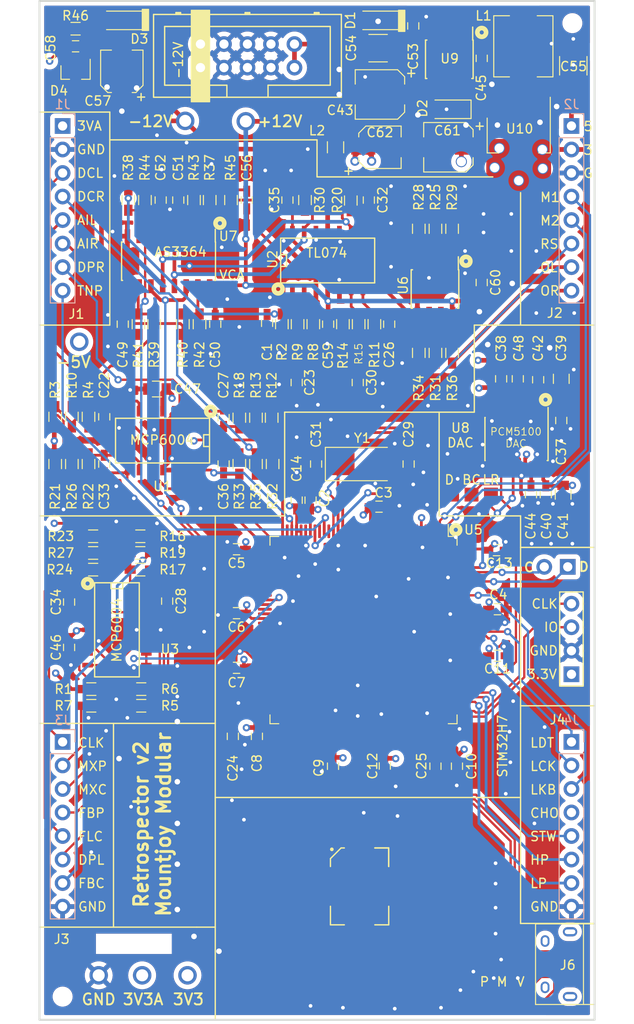
<source format=kicad_pcb>
(kicad_pcb (version 20210824) (generator pcbnew)
  (layers (0 "F.Cu" signal) (1 "In1.Cu" power "Ground.Fill") (2 "In2.Cu" power "Power.Rails") (31 "B.Cu" signal) (34 "B.Paste" user) (35 "F.Paste" user) (36 "B.SilkS" user "B.Silkscreen") (37 "F.SilkS" user "F.Silkscreen") (38 "B.Mask" user) (39 "F.Mask" user) (44 "Edge.Cuts" user))
  (net 0 "")
  (net 1 "GND")
  (net 2 "VCC")
  (net 3 "VEE")
  (net 4 "-12V")
  (net 5 "+12V")
  (net 6 "+3.3VA")
  (net 7 "Net-(C23-Pad1)")
  (net 8 "Net-(C31-Pad1)")
  (net 9 "Net-(C34-Pad2)")
  (net 10 "+3V3")
  (net 11 "/AUDIO_IN_L")
  (net 12 "/AUDIO_IN_R")
  (net 13 "/DELAY_CV_SCALED_L")
  (net 14 "/DELAY_CV_SCALED_R")
  (net 15 "/FEEDBACK_CV_SCALED")
  (net 16 "Net-(C45-Pad2)")
  (net 17 "Net-(C48-Pad1)")
  (net 18 "Net-(C51-Pad1)")
  (net 19 "/DRY_OUT_L")
  (net 20 "Net-(C52-Pad1)")
  (net 21 "/DRY_OUT_R")
  (net 22 "/SWIO")
  (net 23 "/SWCLK")
  (net 24 "/MODE1")
  (net 25 "/MODE2")
  (net 26 "/USB_VBUS")
  (net 27 "/USB_DM")
  (net 28 "/USB_DP")
  (net 29 "/EXT_AUDIO_IN_L")
  (net 30 "/EXT_AUDIO_IN_R")
  (net 31 "/RESET")
  (net 32 "/EXT_AUDIO_OUT_L")
  (net 33 "/EXT_AUDIO_OUT_R")
  (net 34 "/CLOCK")
  (net 35 "/DELAY_CV_L")
  (net 36 "/DELAY_POT_L")
  (net 37 "/DELAY_CV_R")
  (net 38 "/DELAY_POT_R")
  (net 39 "/MIX_POT")
  (net 40 "/MIX_CV")
  (net 41 "/FEEDBACK_CV")
  (net 42 "/FEEDBACK_POT")
  (net 43 "Net-(R1-Pad1)")
  (net 44 "/DAC_OUT_AMP_L")
  (net 45 "/DAC_OUT_AMP_R")
  (net 46 "/WET_DRY_MIX")
  (net 47 "/DAC_OUT_L")
  (net 48 "/DAC_OUT_R")
  (net 49 "/DAC_LRCLK")
  (net 50 "/DAC_DATA")
  (net 51 "/DAC_BCLK")
  (net 52 "/MIX_WET_CTL")
  (net 53 "/MIX_DRY_CTL")
  (net 54 "/CLOCK_SCALED")
  (net 55 "/TONE_POT")
  (net 56 "Net-(C56-Pad1)")
  (net 57 "/-5V_REF")
  (net 58 "/VSW")
  (net 59 "+5V")
  (net 60 "/FILTER_CV_SCALED")
  (net 61 "/CHORUS")
  (net 62 "/HP_MODE")
  (net 63 "/LP_MODE")
  (net 64 "/FILTER_CV")
  (net 65 "/LED_SPI_CLK")
  (net 66 "/LED_SPI_DATA")
  (net 67 "/LOCK_BTN")
  (net 68 "/I2C1_SDA")
  (net 69 "/I2C1_SCL")
  (net 70 "Net-(C1-Pad2)")
  (net 71 "Net-(C22-Pad2)")
  (net 72 "Net-(C24-Pad1)")
  (net 73 "Net-(C25-Pad1)")
  (net 74 "Net-(C26-Pad2)")
  (net 75 "Net-(C27-Pad2)")
  (net 76 "Net-(C28-Pad2)")
  (net 77 "Net-(C29-Pad1)")
  (net 78 "Net-(C30-Pad1)")
  (net 79 "Net-(C32-Pad1)")
  (net 80 "Net-(C33-Pad2)")
  (net 81 "Net-(C35-Pad1)")
  (net 82 "Net-(C36-Pad2)")
  (net 83 "Net-(C42-Pad1)")
  (net 84 "Net-(C42-Pad2)")
  (net 85 "Net-(C44-Pad2)")
  (net 86 "Net-(C49-Pad1)")
  (net 87 "Net-(C50-Pad1)")
  (net 90 "Net-(R25-Pad1)")
  (net 91 "Net-(R25-Pad2)")
  (net 92 "Net-(R31-Pad1)")
  (net 93 "Net-(R31-Pad2)")
  (net 94 "Net-(R37-Pad1)")
  (net 95 "Net-(R38-Pad1)")
  (net 96 "Net-(R39-Pad1)")
  (net 97 "Net-(R40-Pad1)")
  (net 98 "Net-(R45-Pad2)")
  (net 100 "/OCTOSPIM_P2_NCS")
  (net 106 "/OCTOSPIM_P2_IO7")
  (net 142 "/STEREO_WIDE")
  (net 178 "/OCTOSPIM_P2_NCLK")
  (net 179 "/OCTOSPIM_P2_CLK")
  (net 180 "/OCTOSPIM_P2_DQS")
  (net 181 "/OCTOSPIM_P2_IO2")
  (net 182 "/OCTOSPIM_P2_IO1")
  (net 183 "/OCTOSPIM_P2_IO0")
  (net 184 "/OCTOSPIM_P2_IO3")
  (net 185 "/OCTOSPIM_P2_IO4")
  (net 186 "/OCTOSPIM_P2_IO6")
  (net 187 "/OCTOSPIM_P2_IO5")
  (footprint "Capacitors_SMD:C_0603_HandSoldering" (layer "F.Cu") (at 129.3 103.9 -90)
    (fp_text reference "C2")
    (fp_text value "100nF")
  )
  (footprint "Capacitors_SMD:C_0603_HandSoldering" (layer "F.Cu") (at 139.9 100 -90)
    (fp_text reference "C29")
    (fp_text value "30pF")
  )
  (footprint "Capacitors_SMD:C_0603_HandSoldering" (layer "F.Cu") (at 129.9 100 -90)
    (fp_text reference "C31")
    (fp_text value "30pF")
  )
  (footprint "Capacitors_SMD:C_0603_HandSoldering" (layer "F.Cu") (at 142.8 132.625 -90)
    (fp_text reference "C25")
    (fp_text value "2.2uF")
  )
  (footprint "Capacitors_SMD:C_0603_HandSoldering" (layer "F.Cu") (at 136.7 104.6 180)
    (fp_text reference "C3")
    (fp_text value "100nF")
  )
  (footprint "Capacitors_SMD:C_0603_HandSoldering" (layer "F.Cu") (at 120.9 129.4 -90)
    (fp_text reference "C24")
    (fp_text value "2.2uF")
  )
  (footprint "Capacitors_SMD:C_0603_HandSoldering" (layer "F.Cu") (at 121.3 122)
    (fp_text reference "C7")
    (fp_text value "100nF")
  )
  (footprint "Capacitors_SMD:C_0603_HandSoldering" (layer "F.Cu") (at 123.5 129.4 90)
    (fp_text reference "C8")
    (fp_text value "100nF")
  )
  (footprint "Capacitors_SMD:C_0603_HandSoldering" (layer "F.Cu") (at 131.725 132.625 90)
    (fp_text reference "C9")
    (fp_text value "100nF")
  )
  (footprint "Capacitors_SMD:C_0603_HandSoldering" (layer "F.Cu") (at 156.4 95.3 -90)
    (fp_text reference "C37")
    (fp_text value "100nF")
  )
  (footprint "Capacitors_SMD:C_0603_HandSoldering" (layer "F.Cu") (at 149.5 120.7 180)
    (fp_text reference "C11")
    (fp_text value "100nF")
  )
  (footprint "Capacitors_SMD:C_0603_HandSoldering" (layer "F.Cu") (at 149.9 90.8 90)
    (fp_text reference "C38")
    (fp_text value "100nF")
  )
  (footprint "Capacitors_SMD:C_0603_HandSoldering" (layer "F.Cu") (at 127.8 103.9 -90)
    (fp_text reference "C14")
    (fp_text value "100nF")
  )
  (footprint "Capacitors_SMD:C_0805" (layer "F.Cu") (at 156.4 90.8 90)
    (fp_text reference "C39")
    (fp_text value "10uF")
  )
  (footprint "Capacitors_SMD:C_0603_HandSoldering" (layer "F.Cu") (at 154.725 103.3 -90)
    (fp_text reference "C40")
    (fp_text value "100nF")
  )
  (footprint "Capacitors_SMD:C_0603_HandSoldering" (layer "F.Cu") (at 153.9 90.9 90)
    (fp_text reference "C42")
    (fp_text value "2.2uF")
  )
  (footprint "Capacitors_SMD:C_0603_HandSoldering" (layer "F.Cu") (at 151.7 90.8 90)
    (fp_text reference "C48")
    (fp_text value "2.2uF")
  )
  (footprint "Capacitors_SMD:C_0603_HandSoldering" (layer "F.Cu") (at 153.125 103.3 90)
    (fp_text reference "C44")
    (fp_text value "100nF")
  )
  (footprint "Capacitors_SMD:CP_Elec_4x5.8" (layer "F.Cu") (at 136.8 65.8)
    (fp_text reference "C62")
    (fp_text value "22uF")
  )
  (footprint "Capacitors_SMD:CP_Elec_4x5.8" (layer "F.Cu") (at 108.9 57.6 90)
    (fp_text reference "C57")
    (fp_text value "22uF")
  )
  (footprint "Capacitors_SMD:C_0805" (layer "F.Cu") (at 156.6 103.3 -90)
    (fp_text reference "C41")
    (fp_text value "10uF")
  )
  (footprint "TO_SOT_Packages_SMD:SOT-23" (layer "F.Cu") (at 103.9 57.7 -90)
    (fp_text reference "D4")
    (fp_text value "LM4040DBZ-5")
  )
  (footprint "Diodes_SMD:D_SOD-123" (layer "F.Cu") (at 136.6 52.1 180)
    (fp_text reference "D1")
    (fp_text value "1N5819" hide)
  )
  (footprint "Custom_Footprints:Eurorack_10_pin_header" (layer "F.Cu") (at 117.4 57.2)
    (fp_text reference "J7" hide)
    (fp_text value "Eurorack_10_pin_power")
  )
  (footprint "Inductors_SMD:L_0805_HandSoldering" (layer "F.Cu") (at 132 65.8 90)
    (fp_text reference "L2")
    (fp_text value "L")
  )
  (footprint "Resistors_SMD:R_0603_HandSoldering" (layer "F.Cu") (at 101.7 100 90)
    (fp_text reference "R21")
    (fp_text value "68k")
  )
  (footprint "Resistors_SMD:R_0603_HandSoldering" (layer "F.Cu") (at 103.5 100 90)
    (fp_text reference "R26")
    (fp_text value "100k")
  )
  (footprint "Resistors_SMD:R_0603_HandSoldering" (layer "F.Cu") (at 105.3 100 90)
    (fp_text reference "R22")
    (fp_text value "47k")
  )
  (footprint "Custom_Footprints:SSOP-20_4.4x6.5mm_Pitch0.65mm_Round_Pads" (layer "F.Cu") (at 151.525 97.3 -90)
    (fp_text reference "U8")
    (fp_text value "PCM5100APW" hide)
  )
  (footprint "SMD_Packages:SOIC-14_N" (layer "F.Cu") (at 113.3 97.6 180)
    (fp_text reference "U1")
    (fp_text value "MCP6004")
  )
  (footprint "Crystals:Crystal_SMD_5032-2pin_5.0x3.2mm_HandSoldering" (layer "F.Cu") (at 134.9 100)
    (fp_text reference "Y1")
    (fp_text value "8MHz 20pF")
  )
  (footprint "Capacitors_SMD:C_0603_HandSoldering" (layer "F.Cu") (at 137.325 132.6 90)
    (fp_text reference "C12")
    (fp_text value "100nF")
  )
  (footprint "Capacitors_SMD:C_0603_HandSoldering" (layer "F.Cu") (at 107 100 90)
    (fp_text reference "C33")
    (fp_text value "1.5nF")
  )
  (footprint "Package_QFP:LQFP-144_20x20mm_P0.5mm" (layer "F.Cu") (at 135.025 117.925 -90)
    (fp_text reference "U5")
    (fp_text value "STM32H743ZITx")
  )
  (footprint "Capacitors_SMD:C_0603_HandSoldering" (layer "F.Cu") (at 149.5 115.675 180)
    (fp_text reference "C4")
    (fp_text value "100nF")
  )
  (footprint "Capacitors_SMD:C_0603_HandSoldering" (layer "F.Cu") (at 149.4 109.3 180)
    (fp_text reference "C13")
    (fp_text value "100nF")
  )
  (footprint "Capacitors_SMD:C_0603_HandSoldering" (layer "F.Cu") (at 145.125 132.625 90)
    (fp_text reference "C10")
    (fp_text value "100nF")
  )
  (footprint "Custom_Footprints:1.3mm_Test_Point" (layer "F.Cu") (at 106.4 155.2)
    (fp_text reference "TP1" hide)
    (fp_text value "TestPoint")
  )
  (footprint "Custom_Footprints:1.3mm_Test_Point" (layer "F.Cu") (at 116 155.2)
    (fp_text reference "TP2" hide)
    (fp_text value "TestPoint")
  )
  (footprint "Custom_Footprints:1.3mm_Test_Point" (layer "F.Cu") (at 111.1 155.2)
    (fp_text reference "TP3" hide)
    (fp_text value "TestPoint")
  )
  (footprint "Custom_Footprints:1.3mm_Test_Point" (layer "F.Cu") (at 115.75 62.95)
    (fp_text reference "TP6" hide)
    (fp_text value "TestPoint")
  )
  (footprint "Custom_Footprints:USB_Micro-B_Amphenol" (layer "F.Cu") (at 156 154 90)
    (fp_text reference "J6")
    (fp_text value "USB_B_Micro")
  )
  (footprint "Custom_Footprints:JLC_SMT_Tooling_Hole" (layer "F.Cu") (at 102.5 157.5)
    (fp_text reference "H2" hide)
    (fp_text value "JLC_Tooling_Hole" hide)
  )
  (footprint "Capacitors_SMD:C_0805" (layer "F.Cu") (at 112.7 91.9 180)
    (fp_text reference "C47")
    (fp_text value "10uF")
  )
  (footprint "Custom_Footprints:JLC_SMT_Tooling_Hole" (layer "F.Cu") (at 157.6 52.4)
    (fp_text reference "H1" hide)
    (fp_text value "JLC_Tooling_Hole" hide)
  )
  (footprint "Capacitors_SMD:C_0603_HandSoldering" (layer "F.Cu") (at 103.9 54.9 180)
    (fp_text reference "C58")
    (fp_text value "100nF")
  )
  (footprint "Custom_Footprints:1.3mm_Test_Point" (layer "F.Cu") (at 122.3 63)
    (fp_text reference "TP5" hide)
    (fp_text value "TestPoint")
  )
  (footprint "Measurement_Points:Measurement_Point_Square-SMD-Pad_Small" (layer "F.Cu") (at 148.8 103.3)
    (fp_text reference "TP7" hide)
    (fp_text value "TestPoint")
  )
  (footprint "Measurement_Points:Measurement_Point_Square-SMD-Pad_Small" (layer "F.Cu") (at 144.6 103.3)
    (fp_text reference "TP8" hide)
    (fp_text value "TestPoint")
  )
  (footprint "Capacitors_SMD:C_1210" (layer "F.Cu") (at 136.6 55.1 180)
    (fp_text reference "C54")
    (fp_text value "22uF")
  )
  (footprint "Custom_Footprints:1.3mm_Test_Point" (layer "F.Cu") (at 104.3 86.8)
    (fp_text reference "TP4" hide)
    (fp_text value "TestPoint")
  )
  (footprint "Capacitors_SMD:C_1210" (layer "F.Cu") (at 157.7 57 90)
    (fp_text reference "C55")
    (fp_text value "47uF")
  )
  (footprint "Capacitors_SMD:C_0603_HandSoldering" (layer "F.Cu") (at 140.4 52.7 -90)
    (fp_text reference "C53")
    (fp_text value "100nF")
  )
  (footprint "Measurement_Points:Measurement_Point_Square-SMD-Pad_Small" (layer "F.Cu") (at 146.7 103.3)
    (fp_text reference "TP9" hide)
    (fp_text value "TestPoint")
  )
  (footprint "Measurement_Points:Measurement_Point_Square-SMD-Pad_Small" (layer "F.Cu") (at 148 157.6)
    (fp_text reference "TP10" hide)
    (fp_text value "TestPoint")
  )
  (footprint "Measurement_Points:Measurement_Point_Square-SMD-Pad_Small" (layer "F.Cu") (at 150 157.6)
    (fp_text reference "TP11" hide)
    (fp_text value "TestPoint")
  )
  (footprint "Measurement_Points:Measurement_Point_Square-SMD-Pad_Small" (layer "F.Cu") (at 152 157.6)
    (fp_text reference "TP12" hide)
    (fp_text value "TestPoint")
  )
  (footprint "Housings_SOIC:SOIC-8_3.9x4.9mm_Pitch1.27mm" (layer "F.Cu") (at 144.3 56.3 -90)
    (fp_text reference "U9")
    (fp_text value "LM2675M-5")
  )
  (footprint "Diodes_SMD:D_SOD-123" (layer "F.Cu") (at 144.4 61.7 180)
    (fp_text reference "D2")
    (fp_text value "1N5819")
  )
  (footprint "Capacitors_SMD:C_0603_HandSoldering" (layer "F.Cu") (at 147.8 56.2 90)
    (fp_text reference "C45")
    (fp_text value "10nF")
  )
  (footprint "Custom_Footprints:TDK_Inductor_6.9x7.2" (layer "F.Cu") (at 152.3 54.9 90)
    (fp_text reference "L1")
    (fp_text value "68uH" hide)
  )
  (footprint "TO_SOT_Packages_SMD:SOT-223-3_TabPin2" (layer "F.Cu") (at 151.8 64.5 -90)
    (fp_text reference "U10")
    (fp_text value "LD1117-3.3-4Tab")
  )
  (footprint "Capacitors_SMD:CP_Elec_5x5.8" (layer "F.Cu") (at 144.2 65.8 180)
    (fp_text reference "C61")
    (fp_text value "47uF")
  )
  (footprint "Capacitors_SMD:C_0603_HandSoldering" (layer "F.Cu") (at 113.8 114.8 -90)
    (fp_text reference "C28")
    (fp_text value "1.5nF")
  )
  (footprint "Resistors_SMD:R_0603_HandSoldering" (layer "F.Cu") (at 110.9 107.8 180)
    (fp_text reference "R16")
    (fp_text value "91k")
  )
  (footprint "Resistors_SMD:R_0603_HandSoldering" (layer "F.Cu") (at 110.9 111.4 180)
    (fp_text reference "R17")
    (fp_text value "56k")
  )
  (footprint "Resistors_SMD:R_0603_HandSoldering" (layer "F.Cu") (at 105.8 109.6 180)
    (fp_text reference "R27")
    (fp_text value "100k")
  )
  (footprint "Capacitors_SMD:C_0603_HandSoldering" (layer "F.Cu") (at 103.2 114.9 -90)
    (fp_text reference "C34")
    (fp_text value "1.5nF")
  )
  (footprint "Resistors_SMD:R_0603_HandSoldering" (layer "F.Cu") (at 105.8 107.8)
    (fp_text reference "R23")
    (fp_text value "68k")
  )
  (footprint "Resistors_SMD:R_0603_HandSoldering" (layer "F.Cu") (at 105.8 111.4)
    (fp_text reference "R24")
    (fp_text value "47k")
  )
  (footprint "Resistors_SMD:R_0603_HandSoldering" (layer "F.Cu") (at 110.9 109.6)
    (fp_text reference "R19")
    (fp_text value "100k")
  )
  (footprint "Resistors_SMD:R_0603_HandSoldering" (layer "F.Cu") (at 105.6 124.3 180)
    (fp_text reference "R1")
    (fp_text value "75k")
  )
  (footprint "Resistors_SMD:R_0603_HandSoldering" (layer "F.Cu") (at 111 126.1)
    (fp_text reference "R5")
    (fp_text value "91k")
  )
  (footprint "SMD_Packages:SOIC-14_N" (layer "F.Cu") (at 108.5 117.9 -90)
    (fp_text reference "U3")
    (fp_text value "MCP6004")
  )
  (footprint "Resistors_SMD:R_0603_HandSoldering" (layer "F.Cu") (at 111 124.3 180)
    (fp_text reference "R6")
    (fp_text value "47k")
  )
  (footprint "Resistors_SMD:R_0603_HandSoldering" (layer "F.Cu") (at 105.6 126.1 180)
    (fp_text reference "R7")
    (fp_text value "47k")
  )
  (footprint "Capacitors_SMD:C_0603_HandSoldering" (layer "F.Cu") (at 119.9 100 90)
    (fp_text reference "C36")
    (fp_text value "1.5nF")
  )
  (footprint "Resistors_SMD:R_0603_HandSoldering" (layer "F.Cu") (at 101.7 94.9 -90)
    (fp_text reference "R3")
    (fp_text value "20k")
  )
  (footprint "Resistors_SMD:R_0603_HandSoldering" (layer "F.Cu") (at 123.4 100 90)
    (fp_text reference "R35")
    (fp_text value "100k")
  )
  (footprint "Resistors_SMD:R_0603_HandSoldering" (layer "F.Cu") (at 125.2 100 90)
    (fp_text reference "R32")
    (fp_text value "68k")
  )
  (footprint "Resistors_SMD:R_0603_HandSoldering" (layer "F.Cu") (at 121.6 100 90)
    (fp_text reference "R33")
    (fp_text value "47k")
  )
  (footprint "Capacitors_SMD:C_0603_HandSoldering" (layer "F.Cu") (at 107 94.9 90)
    (fp_text reference "C22")
    (fp_text value "1.5nF")
  )
  (footprint "Resistors_SMD:R_0603_HandSoldering" (layer "F.Cu") (at 105.3 94.9 90)
    (fp_text reference "R4")
    (fp_text value "6k8")
  )
  (footprint "Capacitors_SMD:C_0603_HandSoldering" (layer "F.Cu") (at 115 71.5 -90)
    (fp_text reference "C51")
    (fp_text value "560pF")
  )
  (footprint "Capacitors_SMD:C_0603_HandSoldering" (layer "F.Cu") (at 113.1 71.5 -90)
    (fp_text reference "C52")
    (fp_text value "560pF")
  )
  (footprint "Capacitors_SMD:C_0603_HandSoldering" (layer "F.Cu") (at 119 84.9 90)
    (fp_text reference "C50")
    (fp_text value "560pF")
  )
  (footprint "Capacitors_SMD:C_0603_HandSoldering" (layer "F.Cu") (at 109 84.9 90)
    (fp_text reference "C49")
    (fp_text value "560pF")
  )
  (footprint "Resistors_SMD:R_0603_HandSoldering" (layer "F.Cu") (at 112.4 84.9 -90)
    (fp_text reference "R39")
    (fp_text value "30k")
  )
  (footprint "Resistors_SMD:R_0603_HandSoldering" (layer "F.Cu") (at 110.7 84.9 90)
    (fp_text reference "R41")
    (fp_text value "510R")
  )
  (footprint "Resistors_SMD:R_0603_HandSoldering" (layer "F.Cu") (at 116.7 71.5 -90)
    (fp_text reference "R43")
    (fp_text value "510R")
  )
  (footprint "Resistors_SMD:R_0603_HandSoldering" (layer "F.Cu") (at 115.5 84.9 -90)
    (fp_text reference "R40")
    (fp_text value "30k")
  )
  (footprint "Resistors_SMD:R_0603_HandSoldering" (layer "F.Cu") (at 109.6 71.5 90)
    (fp_text reference "R38")
    (fp_text value "30k")
  )
  (footprint "Resistors_SMD:R_0603_HandSoldering" (layer "F.Cu") (at 118.4 71.5 90)
    (fp_text reference "R37")
    (fp_text value "30k")
  )
  (footprint "Resistors_SMD:R_0603_HandSoldering" (layer "F.Cu") (at 117.3 84.9 90)
    (fp_text reference "R42")
    (fp_text value "510R")
  )
  (footprint "Resistors_SMD:R_0603_HandSoldering" (layer "F.Cu") (at 111.4 71.5 -90)
    (fp_text reference "R44")
    (fp_text value "510R")
  )
  (footprint "Housings_SOIC:SOIC-16_3.9x9.9mm_Pitch1.27mm" (layer "F.Cu") (at 113.95 78.1 -90)
    (fp_text reference "U7")
    (fp_text value "AS3364")
  )
  (footprint "Capacitors_SMD:C_0603_HandSoldering" (layer "F.Cu") (at 122.4 71.5 -90)
    (fp_text reference "C56")
    (fp_text value "10nF")
  )
  (footprint "Resistors_SMD:R_0603_HandSoldering" (layer "F.Cu") (at 120.7 71.5 -90)
    (fp_text reference "R45")
    (fp_text value "100R")
  )
  (footprint "Resistors_SMD:R_0603_HandSoldering" (layer "F.Cu") (at 103.9 53 180)
    (fp_text reference "R46")
    (fp_text value "2k2")
  )
  (footprint "Diodes_SMD:D_SOD-123" (layer "F.Cu") (at 108.9 52.1 180)
    (fp_text reference "D3")
    (fp_text value "1N5819" hide)
  )
  (footprint "Resistors_SMD:R_0603_HandSoldering" (layer "F.Cu") (at 103.5 94.9 90)
    (fp_text reference "R10")
    (fp_text value "47k")
  )
  (footprint "Capacitors_SMD:C_0603_HandSoldering" (layer "F.Cu") (at 134.4 91.2 -90)
    (fp_text reference "C30")
    (fp_text value "1nF")
  )
  (footprint "Capacitors_SMD:C_0603_HandSoldering" (layer "F.Cu") (at 137.8 84.9 -90)
    (fp_text reference "C26")
    (fp_text value "100pF")
  )
  (footprint "Capacitors_SMD:C_0603_HandSoldering" (layer "F.Cu") (at 126.8 71.5 90)
    (fp_text reference "C35")
    (fp_text value "100pF")
  )
  (footprint "Capacitors_SMD:C_0603_HandSoldering" (layer "F.Cu") (at 124.6 84.8 -90)
    (fp_text reference "C1")
    (fp_text value "100pF")
  )
  (footprint "Capacitors_SMD:C_0603_HandSoldering" (layer "F.Cu") (at 135.6 71.5 90)
    (fp_text reference "C32")
    (fp_text value "100pF")
  )
  (footprint "Capacitors_SMD:C_0603_HandSoldering" (layer "F.Cu") (at 127.8 91.2 -90)
    (fp_text reference "C23")
    (fp_text value "1nF")
  )
  (footprint "Resistors_SMD:R_0603_HandSoldering" (layer "F.Cu") (at 133.65 71.55 90)
    (fp_text reference "R20")
    (fp_text value "30k")
  )
  (footprint "Resistors_SMD:R_0603_HandSoldering" (layer "F.Cu") (at 128.7 71.5 90)
    (fp_text reference "R30")
    (fp_text value "30k")
  )
  (footprint "Resistors_SMD:R_0603_HandSoldering" (layer "F.Cu") (at 127.9 84.9 -90)
    (fp_text reference "R9")
    (fp_text value "10k")
  )
  (footprint "Resistors_SMD:R_0603_HandSoldering" (layer "F.Cu") (at 144.6 88 90)
    (fp_text reference "R36")
    (fp_text value "1k")
  )
  (footprint "Resistors_SMD:R_0603_HandSoldering" (layer "F.Cu") (at 144.6 74.6 -90)
    (fp_text reference "R29")
    (fp_text value "1k")
  )
  (footprint "Resistors_SMD:R_0603_HandSoldering" (layer "F.Cu") (at 129.6 84.9 -90)
    (fp_text reference "R8")
    (fp_text value "2k2")
  )
  (footprint "SMD_Packages:SOIC-14_N" (layer "F.Cu") (at 131.15 77.9)
    (fp_text reference "U2")
    (fp_text value "TL074")
  )
  (footprint "Resistors_SMD:R_0603_HandSoldering" (layer "F.Cu") (at 132.8 84.9 -90)
    (fp_text reference "R14")
    (fp_text value "2k2")
  )
  (footprint "Resistors_SMD:R_0603_HandSoldering" (layer "F.Cu") (at 134.5 84.9 -90)
    (fp_text reference "R15")
    (fp_text value "10k")
  )
  (footprint "Resistors_SMD:R_0603_HandSoldering" (layer "F.Cu") (at 126.2 84.9 -90)
    (fp_text reference "R2")
    (fp_text value "47k")
  )
  (footprint "Resistors_SMD:R_0603_HandSoldering" (layer "F.Cu") (at 136.2 84.9 -90)
    (fp_text reference "R11")
    (fp_text value "47k")
  )
  (footprint "Housings_SOIC:SOIC-8_3.9x4.9mm_Pitch1.27mm" (layer "F.Cu") (at 142.75 81.1 -90)
    (fp_text reference "U6")
    (fp_text value "TL072")
  )
  (footprint "Resistors_SMD:R_0603_HandSoldering" (layer "F.Cu") (at 141 74.6 90)
    (fp_text reference "R28")
    (fp_text value "10k")
  )
  (footprint "Resistors_SMD:R_0603_HandSoldering" (layer "F.Cu") (at 142.8 74.6 90)
    (fp_text reference "R25")
    (fp_text value "10k")
  )
  (footprint "Resistors_SMD:R_0603_HandSoldering" (layer "F.Cu") (at 142.8 88 -90)
    (fp_text reference "R31")
    (fp_text value "10k")
  )
  (footprint "Resistors_SMD:R_0603_HandSoldering" (layer "F.Cu") (at 141 88 -90)
    (fp_text reference "R34")
    (fp_text value "10k")
  )
  (footprint "Capacitors_SMD:C_0603_HandSoldering" (layer "F.Cu") (at 119.9 95 -90)
    (fp_text reference "C27")
    (fp_text value "1.5nF")
  )
  (footprint "Resistors_SMD:R_0603_HandSoldering" (layer "F.Cu") (at 121.6 95 90)
    (fp_text reference "R18")
    (fp_text value "47k")
  )
  (footprint "Resistors_SMD:R_0603_HandSoldering" (layer "F.Cu") (at 123.4 95 -90)
    (fp_text reference "R13")
    (fp_text value "6k8")
  )
  (footprint "Resistors_SMD:R_0603_HandSoldering" (layer "F.Cu") (at 125.1 95 -90)
    (fp_text reference "R12")
    (fp_text value "20k")
  )
  (footprint "Capacitors_SMD:C_0603_HandSoldering" (layer "F.Cu") (at 121.3 109.2)
    (fp_text reference "C5")
    (fp_text value "100nF")
  )
  (footprint "Custom_Footprints:SWD_header" (layer "F.Cu") (at 157.5 122.7 90)
    (fp_text reference "J5" hide)
    (fp_text value "SWD_Header")
  )
  (footprint "Capacitors_SMD:C_0603_HandSoldering" (layer "F.Cu") (at 121.3 116.1)
    (fp_text reference "C6")
    (fp_text value "100nF")
  )
  (footprint "Capacitors_SMD:C_0603_HandSoldering" (layer "F.Cu") (at 103.2 119.8 -90)
    (fp_text reference "C46")
    (fp_text value "2.2uF")
  )
  (footprint "Capacitors_SMD:C_0603_HandSoldering" (layer "F.Cu") (at 147.8 80.4 90)
    (fp_text reference "C60")
    (fp_text value "2.2uF")
  )
  (footprint "Capacitors_SMD:C_0603_HandSoldering" (layer "F.Cu") (at 131.2 84.9 -90)
    (fp_text reference "C59")
    (fp_text value "2.2uF")
  )
  (footprint "Pin_Headers:Pin_Header_Straight_1x02_Pitch2.54mm" (layer "F.Cu") (at 157.1 111.1 -90)
    (fp_text reference "J8" hide)
    (fp_text value "I2C_TestPoint")
  )
  (footprint "Capacitors_SMD:CP_Elec_5x5.8" (layer "F.Cu") (at 136.8 60.1 180)
    (fp_text reference "C43")
    (fp_text value "47uF")
  )
  (footprint "Measurement_Points:Measurement_Point_Square-SMD-Pad_Small" (layer "F.Cu") (at 144.61 51.4)
    (fp_text reference "TP13" hide)
    (fp_text value "TestPoint")
  )
  (footprint "Custom_Footprints:BGA-24_5x5_6.0x8.0mm" (layer "F.Cu") (at 134.6 145.6)
    (fp_text reference "U4")
    (fp_text value "Hyperram_BGA")
  )
  (footprint "Pin_Headers:Pin_Header_Straight_1x08_Pitch2.54mm" (layer "B.Cu") (at 102.5 63.5 180)
    (fp_text reference "J1")
    (fp_text value "Conn_01x08_Male")
  )
  (footprint "Pin_Headers:Pin_Header_Straight_1x08_Pitch2.54mm" (layer "B.Cu") (at 102.5 130 180)
    (fp_text reference "J3")
    (fp_text value "Conn_01x08_Male")
  )
  (footprint "Pin_Headers:Pin_Header_Straight_1x08_Pitch2.54mm" (layer "B.Cu") (at 157.5 63.5 180)
    (fp_text reference "J2")
    (fp_text value "Conn_01x08_Male")
  )
  (footprint "Pin_Headers:Pin_Header_Straight_1x08_Pitch2.54mm" (layer "B.Cu") (at 157.5 130 180)
    (fp_text reference "J4")
    (fp_text value "Conn_01x08_Male")
  )
  (gr_poly (pts (xy 138.8 53.3) (xy 138.8 51) (xy 139.5 51) (xy 139.5 53.3)) (layer "F.SilkS") (width 0.1) (fill solid))
  (gr_circle (center 118.5 94.3) (end 118.6 94.1) (layer "F.SilkS") (width 0.5) (fill none))
  (gr_circle (center 105.2 112.9) (end 105 112.8) (layer "F.SilkS") (width 0.5) (fill none))
  (gr_circle (center 145 107.1) (end 145.2 107.2) (layer "F.SilkS") (width 0.5) (fill none))
  (gr_circle (center 154.7 93.05) (end 154.9 93.15) (layer "F.SilkS") (width 0.5) (fill none))
  (gr_circle (center 147.8 53.4) (end 148 53.5) (layer "F.SilkS") (width 0.5) (fill none))
  (gr_circle (center 125.8 81.1) (end 126 81.2) (layer "F.SilkS") (width 0.5) (fill none))
  (gr_circle (center 146.1 78.1) (end 146.3 78.2) (layer "F.SilkS") (width 0.5) (fill none))
  (gr_line (start 117 150) (end 108 150) (layer "F.SilkS") (width 0.15))
  (gr_line (start 152 105.6) (end 152 128) (layer "F.SilkS") (width 0.15))
  (gr_line (start 130 65) (end 130 69) (layer "F.SilkS") (width 0.15))
  (gr_line (start 160 126.1) (end 152 126.1) (layer "F.SilkS") (width 0.15))
  (gr_line (start 108 128) (end 108 150) (layer "F.SilkS") (width 0.15))
  (gr_line (start 147 94.4) (end 147 85) (layer "F.SilkS") (width 0.15))
  (gr_line (start 126.5 94.4) (end 147 94.4) (layer "F.SilkS") (width 0.15))
  (gr_line (start 152 109) (end 160 109) (layer "F.SilkS") (width 0.15))
  (gr_line (start 126.5 105.6) (end 126.5 94.4) (layer "F.SilkS") (width 0.15))
  (gr_line (start 108 150) (end 100 150) (layer "F.SilkS") (width 0.15))
  (gr_line (start 108 128) (end 119 128) (layer "F.SilkS") (width 0.15))
  (gr_line (start 100 85) (end 107.6 85) (layer "F.SilkS") (width 0.15))
  (gr_line (start 119 136) (end 152 136) (layer "F.SilkS") (width 0.15))
  (gr_line (start 100 128) (end 108 128) (layer "F.SilkS") (width 0.15))
  (gr_line (start 130 69) (end 149 69) (layer "F.SilkS") (width 0.15))
  (gr_line (start 119 150) (end 119 105.6) (layer "F.SilkS") (width 0.15))
  (gr_line (start 152 128) (end 152 149.6) (layer "F.SilkS") (width 0.15))
  (gr_line (start 143.2 94.4) (end 143.2 105.6) (layer "F.SilkS") (width 0.15))
  (gr_line (start 152 149.6) (end 160 149.6) (layer "F.SilkS") (width 0.15))
  (gr_line (start 107.6 62) (end 107.6 85) (layer "F.SilkS") (width 0.15))
  (gr_line (start 126.5 105.6) (end 100 105.6) (layer "F.SilkS") (width 0.15))
  (gr_line (start 143.2 105.6) (end 152 105.6) (layer "F.SilkS") (width 0.15))
  (gr_poly (pts (xy 111.8 50.9) (xy 111.8 53.2) (xy 111.1 53.2) (xy 111.1 50.9)) (layer "F.SilkS") (width 0.1) (fill solid))
  (gr_line (start 147 85) (end 160 85) (layer "F.SilkS") (width 0.15))
  (gr_line (start 100 62) (end 107.6 62) (layer "F.SilkS") (width 0.15))
  (gr_line (start 117 150) (end 119 150) (layer "F.SilkS") (width 0.15))
  (gr_line (start 107.6 65) (end 130 65) (layer "F.SilkS") (width 0.15))
  (gr_line (start 119 150) (end 119 160) (layer "F.SilkS") (width 0.15))
  (gr_circle (center 119.5 74) (end 119.7 74.1) (layer "F.SilkS") (width 0.5) (fill none))
  (gr_line (start 152 70.7) (end 152 84.9) (layer "F.SilkS") (width 0.15))
  (gr_line (start 100 160) (end 160 160) (layer "Edge.Cuts") (width 0.2))
  (gr_line (start 160 50) (end 160 160) (layer "Edge.Cuts") (width 0.2))
  (gr_line (start 100 50) (end 160 50) (layer "Edge.Cuts") (width 0.2))
  (gr_line (start 100 50) (end 100 160) (layer "Edge.Cuts") (width 0.2))
  (gr_text "-12V" (at 112 63) (layer "F.SilkS") (effects (font (size 1.2 1.2) (thickness 0.2))))
  (gr_text "+12V" (at 126 63) (layer "F.SilkS") (effects (font (size 1.2 1.2) (thickness 0.2))))
  (gr_text "-5V" (at 103.7 89) (layer "F.SilkS") (effects (font (size 1.2 1.2) (thickness 0.2))))
  (gr_text "GND" (at 106.4 157.8) (layer "F.SilkS") (effects (font (size 1.2 1.2) (thickness 0.2))))
  (gr_text "3V3A" (at 111.2 157.8) (layer "F.SilkS") (effects (font (size 1.2 1.2) (thickness 0.2))))
  (gr_text "3V3" (at 116.1 157.8) (layer "F.SilkS") (effects (font (size 1.2 1.2) (thickness 0.2))))
  (gr_text "FBP" (at 105.623809 137.685713) (layer "F.SilkS") (effects (font (size 1 1))))
  (gr_text "FBC" (at 105.623809 145.271426) (layer "F.SilkS") (effects (font (size 1 1))))
  (gr_text "DPL" (at 105.6 142.742855) (layer "F.SilkS") (effects (font (size 1 1))))
  (gr_text "CLK" (at 105.6 130.1) (layer "F.SilkS") (effects (font (size 1 1))))
  (gr_text "MXP" (at 105.742857 132.628571) (layer "F.SilkS") (effects (font (size 1 1))))
  (gr_text "MXC" (at 105.742857 135.157142) (layer "F.SilkS") (effects (font (size 1 1))))
  (gr_text "OR" (at 155.157143 81.3) (layer "F.SilkS") (effects (font (size 1 1))))
  (gr_text "DPR" (at 105.566667 78.757142) (layer "F.SilkS") (effects (font (size 1 1))))
  (gr_text "M1" (at 155.180953 71.2) (layer "F.SilkS") (effects (font (size 1 1))))
  (gr_text "M2" (at 155.180953 73.725) (layer "F.SilkS") (effects (font (size 1 1))))
  (gr_text "AIR" (at 105.233333 76.214285) (layer "F.SilkS") (effects (font (size 1 1))))
  (gr_text "DCL" (at 105.471429 68.585714) (layer "F.SilkS") (effects (font (size 1 1))))
  (gr_text "RS" (at 155.109524 76.25) (layer "F.SilkS") (effects (font (size 1 1))))
  (gr_text "TNP" (at 105.471429 81.3) (layer "F.SilkS") (effects (font (size 1 1))))
  (gr_text "CHO" (at 154.592381 137.685713) (layer "F.SilkS") (effects (font (size 1 1))))
  (gr_text "STW" (at 154.473333 140.214284) (layer "F.SilkS") (effects (font (size 1 1))))
  (gr_text "J2" (at 155.7 83.7) (layer "F.SilkS") (effects (font (size 1 1))))
  (gr_text "J4" (at 156 127.6) (layer "F.SilkS") (effects (font (size 1 1))))
  (gr_text "J1" (at 104 83.8) (layer "F.SilkS") (effects (font (size 1 1))))
  (gr_text "FLC" (at 105.528571 140.214284) (layer "F.SilkS") (effects (font (size 1 1))))
  (gr_text "OL" (at 155.061905 78.775) (layer "F.SilkS") (effects (font (size 1 1))))
  (gr_text "AIL" (at 105.138095 73.671428) (layer "F.SilkS") (effects (font (size 1 1))))
  (gr_text "HP" (at 154.068571 142.742855) (layer "F.SilkS") (effects (font (size 1 1))))
  (gr_text "LP" (at 153.957143 145.271426) (layer "F.SilkS") (effects (font (size 1 1))))
  (gr_text "LDT" (at 154.338095 130.1) (layer "F.SilkS") (effects (font (size 1 1))))
  (gr_text "LCK" (at 154.457143 132.628571) (layer "F.SilkS") (effects (font (size 1 1))))
  (gr_text "LKB" (at 154.457143 135.157142) (layer "F.SilkS") (effects (font (size 1 1))))
  (gr_text "GND" (at 154.57619 147.8) (layer "F.SilkS") (effects (font (size 1 1))))
  (gr_text "GND" (at 105.719047 147.8) (layer "F.SilkS") (effects (font (size 1 1))))
  (gr_text "GND" (at 105.590476 66.042857) (layer "F.SilkS") (effects (font (size 1 1))))
  (gr_text "3VA" (at 105.4 63.5) (layer "F.SilkS") (effects (font (size 1 1))))
  (gr_text "C" (at 152.9 111.15) (layer "F.SilkS") (effects (font (size 1 1) (thickness 0.2))))
  (gr_text "DCR" (at 105.566667 71.128571) (layer "F.SilkS") (effects (font (size 1 1))))
  (gr_text "DAC" (at 145.5 97.7) (layer "F.SilkS") (effects (font (size 1 1))))
  (gr_text "STM32H7" (at 150.05 130.45 90) (layer "F.SilkS") (effects (font (size 1 1))))
  (gr_text "VCA" (at 120.8 79.6) (layer "F.SilkS") (effects (font (size 1 1))))
  (gr_text "5" (at 159.3 63.55) (layer "F.SilkS") (effects (font (size 1 1))))
  (gr_text "G" (at 159.3 68.6) (layer "F.SilkS") (effects (font (size 1 1))))
  (gr_text "3" (at 159.3 66.1) (layer "F.SilkS") (effects (font (size 1 1))))
  (gr_text "D" (at 144.3 101.7) (layer "F.SilkS") (effects (font (size 1 1))))
  (gr_text "J3" (at 102.4 151.3) (layer "F.SilkS") (effects (font (size 1 1))))
  (gr_text "D" (at 158.85 111.1) (layer "F.SilkS") (effects (font (size 1 1) (thickness 0.2))))
  (gr_text "BC" (at 146.7 101.7) (layer "F.SilkS") (effects (font (size 1 1))))
  (gr_text "P" (at 148.1 155.9) (layer "F.SilkS") (effects (font (size 1 1))))
  (gr_text "V" (at 152 155.9) (layer "F.SilkS") (effects (font (size 1 1))))
  (gr_text "Retrospector v2\nMountjoy Modular" (at 112.2 138.9 90) (layer "F.SilkS") (effects (font (size 1.5 1.5) (thickness 0.3))))
  (gr_text "M" (at 150 155.9) (layer "F.SilkS") (effects (font (size 1 1))))
  (gr_text "PCM5100\nDAC" (at 151.5 97.15) (layer "F.SilkS") (effects (font (size 0.8 0.8) (thickness 0.1))))
  (gr_text "LR" (at 148.8 101.7) (layer "F.SilkS") (effects (font (size 1 1))))
  (segment (start 145.6875 112.175) (end 144.230359 112.175) (width 0.3) (layer "F.Cu") (net 1))
  (segment (start 153.15 94.4) (end 153.15 95.35) (width 0.4) (layer "F.Cu") (net 1))
  (segment (start 128.775 107.2625) (end 128.775 108.775) (width 0.3) (layer "F.Cu") (net 1))
  (segment (start 147.175 116.175) (end 145.6875 116.175) (width 0.3) (layer "F.Cu") (net 1))
  (segment (start 153.15 95.35) (end 153.1 95.4) (width 0.4) (layer "F.Cu") (net 1))
  (segment (start 131.275 128.5875) (end 131.275 129.625) (width 0.3) (layer "F.Cu") (net 1))
  (segment (start 151.85 99.5) (end 151.6 99.25) (width 0.4) (layer "F.Cu") (net 1))
  (segment (start 144.51031 116.18969) (end 144.5 116.2) (width 0.25) (layer "F.Cu") (net 1))
  (segment (start 150.3 117.1) (end 149.8 116.6) (width 0.3) (layer "F.Cu") (net 1))
  (segment (start 151.85 100.4) (end 151.85 99.5) (width 0.4) (layer "F.Cu") (net 1))
  (segment (start 128.775 108.775) (end 128.8 108.8) (width 0.3) (layer "F.Cu") (net 1))
  (segment (start 145.6875 121.175) (end 144.425 121.175) (width 0.3) (layer "F.Cu") (net 1))
  (segment (start 144.399999 132.849999) (end 145.125 133.575) (width 0.3) (layer "F.Cu") (net 1))
  (segment (start 105.198 116.63) (end 106.0195 116.63) (width 0.25) (layer "F.Cu") (net 1))
  (segment (start 148.6 94.6) (end 149.25 94.6) (width 0.3) (layer "F.Cu") (net 1))
  (segment (start 145.67281 116.18969) (end 144.51031 116.18969) (width 0.25) (layer "F.Cu") (net 1))
  (segment (start 112.03 92.23) (end 111.7 91.9) (width 0.5) (layer "F.Cu") (net 1))
  (segment (start 136.275 105.75) (end 137.425 104.6) (width 0.3) (layer "F.Cu") (net 1))
  (segment (start 149.8 116.6) (end 147.6 116.6) (width 0.3) (layer "F.Cu") (net 1))
  (segment (start 105.198 119.17) (end 106.370002 119.17) (width 0.5) (layer "F.Cu") (net 1))
  (segment (start 119.5 116.1) (end 119.3 116.3) (width 0.4) (layer "F.Cu") (net 1))
  (segment (start 112.03 99.53) (end 111.9 99.4) (width 0.4) (layer "F.Cu") (net 1))
  (segment (start 112.03 94.663502) (end 112.03 94.298) (width 0.5) (layer "F.Cu") (net 1))
  (segment (start 124.3625 116.175) (end 125.475 116.175) (width 0.3) (layer "F.Cu") (net 1))
  (segment (start 112.03 100.648) (end 112.03 99.53) (width 0.4) (layer "F.Cu") (net 1))
  (segment (start 122.277326 120.204324) (end 121.65529 120.204324) (width 0.25) (layer "F.Cu") (net 1))
  (segment (start 154.65 152.7) (end 155.7 152.7) (width 0.4) (layer "F.Cu") (net 1))
  (segment (start 153.8 100.4) (end 153.8 99.25) (width 0.4) (layer "F.Cu") (net 1))
  (segment (start 143.275 128.5875) (end 143.275 130.344998) (width 0.3) (layer "F.Cu") (net 1))
  (segment (start 113.914001 95.319501) (end 112.685999 95.319501) (width 0.5) (layer "F.Cu") (net 1))
  (segment (start 151.85 100.4) (end 151.85 101.3) (width 0.4) (layer "F.Cu") (net 1))
  (segment (start 126 116.7) (end 126 117.2) (width 0.3) (layer "F.Cu") (net 1))
  (segment (start 131.275 127.325) (end 132 126.6) (width 0.3) (layer "F.Cu") (net 1))
  (segment (start 143.275 130.344998) (end 144.399999 131.469997) (width 0.3) (layer "F.Cu") (net 1))
  (segment (start 111.548 116.63) (end 111.548 116.852) (width 0.4) (layer "F.Cu") (net 1))
  (segment (start 136.775 128.5875) (end 136.775 127.175) (width 0.25) (layer "F.Cu") (net 1))
  (segment (start 141.9 126.9) (end 141.500001 127.299999) (width 0.25) (layer "F.Cu") (net 1))
  (segment (start 114.3 94.64) (end 114.3 94.933502) (width 0.5) (layer "F.Cu") (net 1))
  (segment (start 141.500001 127.299999) (end 137.249999 127.299999) (width 0.25) (layer "F.Cu") (net 1))
  (segment (start 111.548 117.9) (end 110.5 117.9) (width 0.4) (layer "F.Cu") (net 1))
  (segment (start 131.275 128.5875) (end 131.275 127.325) (width 0.3) (layer "F.Cu") (net 1))
  (segment (start 121.255291 121.219709) (end 120.475 122) (width 0.3) (layer "F.Cu") (net 1))
  (segment (start 114.57 94.37) (end 114.3 94.64) (width 0.5) (layer "F.Cu") (net 1))
  (segment (start 112.685999 95.319501) (end 112.03 94.663502) (width 0.5) (layer "F.Cu") (net 1))
  (segment (start 124.3625 121.175) (end 123.248002 121.175) (width 0.25) (layer "F.Cu") (net 1))
  (segment (start 138.8 104.6) (end 138.9 104.5) (width 0.5) (layer "F.Cu") (net 1))
  (segment (start 106.0195 116.63) (end 106.4 117.0105) (width 0.25) (layer "F.Cu") (net 1))
  (segment (start 111.548 116.852) (end 110.5 117.9) (width 0.4) (layer "F.Cu") (net 1))
  (segment (start 125.475 116.175) (end 126 116.7) (width 0.3) (layer "F.Cu") (net 1))
  (segment (start 137.249999 127.299999) (end 136.95 127) (width 0.25) (layer "F.Cu") (net 1))
  (segment (start 106.4 117.0105) (end 106.4 119.1) (width 0.25) (layer "F.Cu") (net 1))
  (segment (start 121.65529 120.204324) (end 121.255291 120.604323) (width 0.3) (layer "F.Cu") (net 1))
  (segment (start 155.7 152.7) (end 156.4 151.9) (width 0.4) (layer "F.Cu") (net 1))
  (segment (start 130.875 133.575) (end 130.5 133.2) (width 0.5) (layer "F.Cu") (net 1))
  (segment (start 131.2 129.625) (end 130.725 130.1) (width 0.4) (layer "F.Cu") (net 1))
  (segment (start 149.2 100.2) (end 148.6 100.2) (width 0.4) (layer "F.Cu") (net 1))
  (segment (start 136.275 107.2625) (end 136.275 105.75) (width 0.3) (layer "F.Cu") (net 1))
  (segment (start 144.230359 112.175) (end 144.15847 112.246889) (width 0.3) (layer "F.Cu") (net 1))
  (segment (start 144.425 121.175) (end 144.4 121.2) (width 0.3) (layer "F.Cu") (net 1))
  (segment (start 147.6 116.6) (end 147.175 116.175) (width 0.3) (layer "F.Cu") (net 1))
  (segment (start 112.03 94.298) (end 112.03 92.23) (width 0.5) (layer "F.Cu") (net 1))
  (segment (start 121.255291 120.604323) (end 121.255291 121.219709) (width 0.3) (layer "F.Cu") (net 1))
  (segment (start 136.775 127.175) (end 136.95 127) (width 0.25) (layer "F.Cu") (net 1))
  (segment (start 144.399999 131.469997) (end 144.399999 132.849999) (width 0.3) (layer "F.Cu") (net 1))
  (segment (start 149.25 94.6) (end 148.9 95.35) (width 0.3) (layer "F.Cu") (net 1))
  (segment (start 120.35 116.1) (end 119.5 116.1) (width 0.4) (layer "F.Cu") (net 1))
  (segment (start 114.57 100.648) (end 114.57 99.64499) (width 0.5) (layer "F.Cu") (net 1))
  (segment (start 137.65 104.6) (end 138.8 104.6) (width 0.5) (layer "F.Cu") (net 1))
  (segment (start 124.3625 109.675) (end 125.775 109.675) (width 0.3) (layer "F.Cu") (net 1))
  (segment (start 113.3 100.42501) (end 114.32501 99.4) (width 0.5) (layer "F.Cu") (net 1))
  (segment (start 114.3 94.933502) (end 113.914001 95.319501) (width 0.5) (layer "F.Cu") (net 1))
  (segment (start 123.248002 121.175) (end 122.277326 120.204324) (width 0.25) (layer "F.Cu") (net 1))
  (segment (start 131.725 133.575) (end 130.875 133.575) (width 0.5) (layer "F.Cu") (net 1))
  (segment (start 114.57 99.64499) (end 114.32501 99.4) (width 0.5) (layer "F.Cu") (net 1))
  (via (at 128 112.1) (size 0.8) (drill 0.4) (layers "F.Cu" "B.Cu") (net 1))
  (via (at 147.55 83.55) (size 1) (drill 0.6) (layers "F.Cu" "B.Cu") (net 1))
  (via (at 103.4 121.7) (size 0.8) (drill 0.4) (layers "F.Cu" "B.Cu") (net 1))
  (via (at 153.7 77) (size 0.8) (drill 0.4) (layers "F.Cu" "B.Cu") (net 1))
  (via (at 140.9 62.3) (size 1) (drill 0.6) (layers "F.Cu" "B.Cu") (net 1))
  (via (at 112.7 106.4) (size 0.8) (drill 0.4) (layers "F.Cu" "B.Cu") (net 1))
  (via (at 131.1 87) (size 0.8) (drill 0.4) (layers "F.Cu" "B.Cu") (net 1))
  (via (at 149.3 150.7) (size 0.8) (drill 0.4) (layers "F.Cu" "B.Cu") (net 1))
  (via (at 121.5 125.8) (size 0.8) (drill 0.4) (layers "F.Cu" "B.Cu") (net 1))
  (via (at 157.7 56.9) (size 0.8) (drill 0.4) (layers "F.Cu" "B.Cu") (net 1))
  (via (at 129.8 110.8) (size 0.8) (drill 0.4) (layers "F.Cu" "B.Cu") (net 1))
  (via (at 157.6 104.3) (size 0.8) (drill 0.4) (layers "F.Cu" "B.Cu") (net 1))
  (via (at 144.1 98.9) (size 0.8) (drill 0.4) (layers "F.Cu" "B.Cu") (net 1))
  (via (at 149.9 153.5) (size 0.8) (drill 0.4) (layers "F.Cu" "B.Cu") (net 1))
  (via (at 130.1 93.6) (size 0.8) (drill 0.4) (layers "F.Cu" "B.Cu") (net 1))
  (via (at 122.1 138.4) (size 0.8) (drill 0.4) (layers "F.Cu" "B.Cu") (net 1))
  (via (at 148 73) (size 0.8) (drill 0.4) (layers "F.Cu" "B.Cu") (net 1))
  (via (at 153.8 98.95) (size 0.8) (drill 0.4) (layers "F.Cu" "B.Cu") (net 1))
  (via (at 141.4 109) (size 0.8) (drill 0.4) (layers "F.Cu" "B.Cu") (net 1))
  (via (at 142.1 79.9) (size 0.8) (drill 0.4) (layers "F.Cu" "B.Cu") (net 1))
  (via (at 105.4 131.3) (size 0.8) (drill 0.4) (layers "F.Cu" "B.Cu") (net 1))
  (via (at 143.4 158.7) (size 0.8) (drill 0.4) (layers "F.Cu" "B.Cu") (net 1))
  (via (at 148.9 110.6) (size 0.8) (drill 0.4) (layers "F.Cu" "B.Cu") (net 1))
  (via (at 127.2 68.3) (size 0.8) (drill 0.4) (layers "F.Cu" "B.Cu") (net 1))
  (via (at 156.4 97.5) (size 0.8) (drill 0.4) (layers "F.Cu" "B.Cu") (net 1))
  (via (at 108.6 96.1) (size 0.8) (drill 0.4) (layers "F.Cu" "B.Cu") (net 1))
  (via (at 108.3 125.4) (size 0.8) (drill 0.4) (layers "F.Cu" "B.Cu") (net 1))
  (via (at 152.2 104.5) (size 0.8) (drill 0.4) (layers "F.Cu" "B.Cu") (net 1))
  (via (at 119.4 152.6) (size 1) (drill 0.6) (layers "F.Cu" "B.Cu") (net 1))
  (via (at 153.5 138.8) (size 0.8) (drill 0.4) (layers "F.Cu" "B.Cu") (net 1))
  (via (at 144.4 121.2) (size 0.8) (drill 0.4) (layers "F.Cu" "B.Cu") (net 1))
  (via (at 140.4 102.2) (size 0.8) (drill 0.4) (layers "F.Cu" "B.Cu") (net 1))
  (via (at 139.9 112.4) (size 0.8) (drill 0.4) (layers "F.Cu" "B.Cu") (net 1))
  (via (at 114.9 125.1) (size 0.8) (drill 0.4) (layers "F.Cu" "B.Cu") (net 1))
  (via (at 108.3 106.2) (size 0.8) (drill 0.4) (layers "F.Cu" "B.Cu") (net 1))
  (via (at 157.4 96.2) (size 0.8) (drill 0.4) (layers "F.Cu" "B.Cu") (net 1))
  (via (at 145.5 156.8) (size 0.8) (drill 0.4) (layers "F.Cu" "B.Cu") (net 1))
  (via (at 108.3 102.4) (size 0.8) (drill 0.4) (layers "F.Cu" "B.Cu") (net 1))
  (via (at 150.2 119.7) (size 0.8) (drill 0.4) (layers "F.Cu" "B.Cu") (net 1))
  (via (at 142 93.7) (size 0.8) (drill 0.4) (layers "F.Cu" "B.Cu") (net 1))
  (via (at 129.9 75.8) (size 0.8) (drill 0.4) (layers "F.Cu" "B.Cu") (net 1))
  (via (at 146.1 63.4) (size 1) (drill 0.6) (layers "F.Cu" "B.Cu") (net 1))
  (via (at 155.9 61.4) (size 1) (drill 0.6) (layers "F.Cu" "B.Cu") (net 1))
  (via (at 120.3 108.4) (size 0.8) (drill 0.4) (layers "F.Cu" "B.Cu") (net 1))
  (via (at 127.8 93.7) (size 0.8) (drill 0.4) (layers "F.Cu" "B.Cu") (net 1))
  (via (at 138.5 134.8) (size 0.8) (drill 0.4) (layers "F.Cu" "B.Cu") (net 1))
  (via (at 125.1 72.5) (size 0.8) (drill 0.4) (layers "F.Cu" "B.Cu") (net 1))
  (via (at 107.9 74.9) (size 0.8) (drill 0.4) (layers "F.Cu" "B.Cu") (net 1))
  (via (at 115.9 65.3) (size 0.8) (drill 0.4) (layers "F.Cu" "B.Cu") (net 1))
  (via (at 150.3 117.1) (size 0.8) (drill 0.4) (layers "F.Cu" "B.Cu") (net 1))
  (via (at 114.1 72.5) (size 0.8) (drill 0.4) (layers "F.Cu" "B.Cu") (net 1))
  (via (at 120.3 82.2) (size 0.8) (drill 0.4) (layers "F.Cu" "B.Cu") (net 1))
  (via (at 149.3 147.9) (size 0.8) (drill 0.4) (layers "F.Cu" "B.Cu") (net 1))
  (via (at 129 66) (size 0.8) (drill 0.4) (layers "F.Cu" "B.Cu") (net 1))
  (via (at 147.9 97.9) (size 0.8) (drill 0.4) (layers "F.Cu" "B.Cu") (net 1))
  (via (at 138 70) (size 0.8) (drill 0.4) (layers "F.Cu" "B.Cu") (net 1))
  (via (at 119.3 116.3) (size 0.8) (drill 0.4) (layers "F.Cu" "B.Cu") (net 1))
  (via (at 136.3 102.1) (size 0.8) (drill 0.4) (layers "F.Cu" "B.Cu") (net 1))
  (via (at 135.2 108.8) (size 0.8) (drill 0.4) (layers "F.Cu" "B.Cu") (net 1))
  (via (at 157.75 89.8) (size 0.8) (drill 0.4) (layers "F.Cu" "B.Cu") (net 1))
  (via (at 124.4 68.3) (size 0.8) (drill 0.4) (layers "F.Cu" "B.Cu") (net 1))
  (via (at 118.6 67.6) (size 0.8) (drill 0.4) (layers "F.Cu" "B.Cu") (net 1))
  (via (at 139.2 89.1) (size 0.8) (drill 0.4) (layers "F.Cu" "B.Cu") (net 1))
  (via (at 110.2 122) (size 0.8) (drill 0.4) (layers "F.Cu" "B.Cu") (net 1))
  (via (at 151.7 155.5) (size 0.8) (drill 0.4) (layers "F.Cu" "B.Cu") (net 1))
  (via (at 147.9 100.2) (size 0.8) (drill 0.4) (layers "F.Cu" "B.Cu") (net 1))
  (via (at 108.1 68.9) (size 0.8) (drill 0.4) (layers "F.Cu" "B.Cu") (net 1))
  (via (at 110.5 117.9) (size 0.8) (drill 0.4) (layers "F.Cu" "B.Cu") (net 1))
  (via (at 116.2 78.6) (size 0.8) (drill 0.4) (layers "F.Cu" "B.Cu") (net 1))
  (via (at 127.8 100.9) (size 0.8) (drill 0.4) (layers "F.Cu" "B.Cu") (net 1))
  (via (at 155.5 104.3) (size 0.8) (drill 0.4) (layers "F.Cu" "B.Cu") (net 1))
  (via (at 152.1 101.25) (size 0.8) (drill 0.4) (layers "F.Cu" "B.Cu") (net 1))
  (via (at 124.9 82) (size 0.8) (drill 0.4) (layers "F.Cu" "B.Cu") (net 1))
  (via (at 151.6 98.95) (size 0.8) (drill 0.4) (layers "F.Cu" "B.Cu") (net 1))
  (via (at 138 74) (size 0.8) (drill 0.4) (layers "F.Cu" "B.Cu") (net 1))
  (via (at 125.9 88) (size 0.8) (drill 0.4) (layers "F.Cu" "B.Cu") (net 1))
  (via (at 114.9 134.3) (size 1) (drill 0.6) (layers "F.Cu" "B.Cu") (net 1))
  (via (at 107.4 83.9) (size 0.8) (drill 0.4) (layers "F.Cu" "B.Cu") (net 1))
  (via (at 138.9 104.5) (size 0.8) (drill 0.4) (layers "F.Cu" "B.Cu") (net 1))
  (via (at 126.4 75.9) (size 0.8) (drill 0.4) (layers "F.Cu" "B.Cu") (net 1))
  (via (at 150.9 132.2) (size 0.8) (drill 0.4) (layers "F.Cu" "B.Cu") (net 1))
  (via (at 105.3 127.4) (size 0.8) (drill 0.4) (layers "F.Cu" "B.Cu") (net 1))
  (via (at 153.9 104.2) (size 0.8) (drill 0.4) (layers "F.Cu" "B.Cu") (net 1))
  (via (at 117.8 111.3) (size 0.8) (drill 0.4) (layers "F.Cu" "B.Cu") (net 1))
  (via (at 105.6 141.9) (size 0.8) (drill 0.4) (layers "F.Cu" "B.Cu") (net 1))
  (via (at 130.5 133.2) (size 0.8) (drill 0.4) (layers "F.Cu" "B.Cu") (net 1))
  (via (at 114.9 148.1) (size 1) (drill 0.6) (layers "F.Cu" "B.Cu") (net 1))
  (via (at 135.05 137.65) (size 0.8) (drill 0.4) (layers "F.Cu" "B.Cu") (net 1))
  (via (at 138.4 97.8) (size 0.8) (drill 0.4) (layers "F.Cu" "B.Cu") (net 1))
  (via (at 145.1 134.7) (size 0.8) (drill 0.4) (layers "F.Cu" "B.Cu") (net 1))
  (via (at 107.4 87.3) (size 0.8) (drill 0.4) (layers "F.Cu" "B.Cu") (net 1))
  (via (at 149.1 155.5) (size 0.8) (drill 0.4) (layers "F.Cu" "B.Cu") (net 1))
  (via (at 107.3 59.3) (size 1) (drill 0.6) (layers "F.Cu" "B.Cu") (net 1))
  (via (at 121.6 85.2) (size 0.8) (drill 0.4) (layers "F.Cu" "B.Cu") (net 1))
  (via (at 108.9 61.9) (size 1) (drill 0.6) (layers "F.Cu" "B.Cu") (net 1))
  (via (at 113.1 117.9) (size 0.8) (drill 0.4) (layers "F.Cu" "B.Cu") (net 1))
  (via (at 126 117.2) (size 0.8) (drill 0.4) (layers "F.Cu" "B.Cu") (net 1))
  (via (at 109.9 137) (size 0.8) (drill 0.4) (layers "F.Cu" "B.Cu") (net 1))
  (via (at 136.4 114.3) (size 0.8) (drill 0.4) (layers "F.Cu" "B.Cu") (net 1))
  (via (at 141.9 126.9) (size 0.8) (drill 0.4) (layers "F.Cu" "B.Cu") (net 1))
  (via (at 153.1 95.4) (size 0.8) (drill 0.4) (layers "F.Cu" "B.Cu") (net 1))
  (via (at 131.5 95.2) (size 0.8) (drill 0.4) (layers "F.Cu" "B.Cu") (net 1))
  (via (at 136.95 127) (size 0.8) (drill 0.4) (layers "F.Cu" "B.Cu") (net 1))
  (via (at 117.8 118.1) (size 0.8) (drill 0.4) (layers "F.Cu" "B.Cu") (net 1))
  (via (at 148.9 95.35) (size 0.8) (drill 0.4) (layers "F.Cu" "B.Cu") (net 1))
  (via (at 146 77) (size 0.8) (drill 0.4) (layers "F.Cu" "B.Cu") (net 1))
  (via (at 146 79.4) (size 0.8) (drill 0.4) (layers "F.Cu" "B.Cu") (net 1))
  (via (at 153.2 108.6) (size 0.8) (drill 0.4) (layers "F.Cu" "B.Cu") (net 1))
  (via (at 116.7 151) (size 1) (drill 0.6) (layers "F.Cu" "B.Cu") (net 1))
  (via (at 110.5 59.4) (size 1) (drill 0.6) (layers "F.Cu" "B.Cu") (net 1))
  (via (at 121.7 91.5) (size 0.8) (drill 0.4) (layers "F.Cu" "B.Cu") (net 1))
  (via (at 142 98) (size 0.8) (drill 0.4) (layers "F.Cu" "B.Cu") (net 1))
  (via (at 144.15847 112.246889) (size 0.8) (drill 0.4) (layers "F.Cu" "B.Cu") (net 1))
  (via (at 132.5 76) (size 0.8) (drill 0.4) (layers "F.Cu" "B.Cu") (net 1))
  (via (at 114.9 138.8) (size 1) (drill 0.6) (layers "F.Cu" "B.Cu") (net 1))
  (via (at 127.8 97.1) (size 0.8) (drill 0.4) (layers "F.Cu" "B.Cu") (net 1))
  (via (at 121.85 132.95) (size 0.8) (drill 0.4) (layers "F.Cu" "B.Cu") (net 1))
  (via (at 114.9 143.2) (size 1) (drill 0.6) (layers "F.Cu" "B.Cu") (net 1))
  (via (at 125.9 91.4) (size 0.8) (drill 0.4) (layers "F.Cu" "B.Cu") (net 1))
  (via (at 109.8 92) (size 0.8) (drill 0.4) (layers "F.Cu" "B.Cu") (net 1))
  (via (at 153.7 83.7) (size 0.8) (drill 0.4) (layers "F.Cu" "B.Cu") (net 1))
  (via (at 142 70) (size 0.8) (drill 0.4) (layers "F.Cu" "B.Cu") (net 1))
  (via (at 137.1 91.3) (size 0.8) (drill 0.4) (layers "F.Cu" "B.Cu") (net 1))
  (via (at 155.35 54.61) (size 0.8) (drill 0.4) (layers "F.Cu" "B.Cu") (net 1))
  (via (at 114.32501 99.4) (size 0.8) (drill 0.4) (layers "F.Cu" "B.Cu") (net 1))
  (via (at 157.8 83.7) (size 0.8) (drill 0.4) (layers "F.Cu" "B.Cu") (net 1))
  (via (at 114.9 127.8) (size 1) (drill 0.6) (layers "F.Cu" "B.Cu") (net 1))
  (via (at 151 77) (size 0.8) (drill 0.4) (layers "F.Cu" "B.Cu") (net 1))
  (via (at 145.4 128.6) (size 0.8) (drill 0.4) (layers "F.Cu" "B.Cu") (net 1))
  (via (at 112.7 64.5) (size 0.8) (drill 0.4) (layers "F.Cu" "B.Cu") (net 1))
  (via (at 151.1 80.5) (size 1) (drill 0.6) (layers "F.Cu" "B.Cu") (net 1))
  (via (at 148.9 59) (size 1) (drill 0.6) (layers "F.Cu" "B.Cu") (net 1))
  (via (at 117.4 104.8) (size 0.8) (drill 0.4) (layers "F.Cu" "B.Cu") (net 1))
  (via (at 144.4 116.2) (size 0.8) (drill 0.4) (layers "F.Cu" "B.Cu") (net 1))
  (via (at 137.1 93.8) (size 0.8) (drill 0.4) (layers "F.Cu" "B.Cu") (net 1))
  (via (at 151 73) (size 0.8) (drill 0.4) (layers "F.Cu" "B.Cu") (net 1))
  (via (at 119.7 76.6) (size 0.8) (drill 0.4) (layers "F.Cu" "B.Cu") (net 1))
  (via (at 128.8 108.8) (size 0.8) (drill 0.4) (layers "F.Cu" "B.Cu") (net 1))
  (via (at 133.3 97) (size 0.8) (drill 0.4) (layers "F.Cu" "B.Cu") (net 1))
  (via (at 151.2 125.6) (size 0.8) (drill 0.4) (layers "F.Cu" "B.Cu") (net 1))
  (via (at 155.5 99.7) (size 0.8) (drill 0.4) (layers "F.Cu" "B.Cu") (net 1))
  (via (at 149.3 143.1) (size 0.8) (drill 0.4) (layers "F.Cu" "B.Cu") (net 1))
  (via (at 134.4 127.2) (size 0.8) (drill 0.4) (layers "F.Cu" "B.Cu") (net 1))
  (via (at 145 107.9) (size 0.8) (drill 0.4) (layers "F.Cu" "B.Cu") (net 1))
  (via (at 141.8 51.7) (size 0.8) (drill 0.4) (layers "F.Cu" "B.Cu") (net 1))
  (via (at 146 70) (size 0.8) (drill 0.4) (layers "F.Cu" "B.Cu") (net 1))
  (via (at 150.4 135.6) (size 0.8) (drill 0.4) (layers "F.Cu" "B.Cu") (net 1))
  (via (at 134.4 123.9) (size 0.8) (drill 0.4) (layers "F.Cu" "B.Cu") (net 1))
  (via (at 132.8 158.7) (size 0.8) (drill 0.4) (layers "F.Cu" "B.Cu") (net 1))
  (via (at 138.7 138) (size 0.8) (drill 0.4) (layers "F.Cu" "B.Cu") (net 1))
  (via (at 132.4 60.1) (size 1) (drill 0.6) (layers "F.Cu" "B.Cu") (net 1))
  (via (at 155.3 108.6) (size 0.8) (drill 0.4) (layers "F.Cu" "B.Cu") (net 1))
  (via (at 106.4 119.1) (size 0.8) (drill 0.4) (layers "F.Cu" "B.Cu") (net 1))
  (via (at 132.4 80.1) (size 0.8) (drill 0.4) (layers "F.Cu" "B.Cu") (net 1))
  (via (at 112.4 96.3) (size 0.8) (drill 0.4) (layers "F.Cu" "B.Cu") (net 1))
  (via (at 127.4 114.8) (size 0.8) (drill 0.4) (layers "F.Cu" "B.Cu") (net 1))
  (via (at 148.45 87.1) (size 1) (drill 0.6) (layers "F.Cu" "B.Cu") (net 1))
  (via (at 111.9 99.4) (size 0.8) (drill 0.4) (layers "F.Cu" "B.Cu") (net 1))
  (via (at 141.9 104.4) (size 0.8) (drill 0.4) (layers "F.Cu" "B.Cu") (net 1))
  (via (at 149.5 63.4) (size 1) (drill 0.6) (layers "F.Cu" "B.Cu") (net 1))
  (via (at 157.7 54.1) (size 0.8) (drill 0.4) (layers "F.Cu" "B.Cu") (net 1))
  (via (at 126.5 110.1) (size 0.8) (drill 0.4) (layers "F.Cu" "B.Cu") (net 1))
  (via (at 115.2 108.9) (size 0.8) (drill 0.4) (layers "F.Cu" "B.Cu") (net 1))
  (via (at 154.1 63.1) (size 1) (drill 0.6) (layers "F.Cu" "B.Cu") (net 1))
  (via (at 144 61.7) (size 0.8) (drill 0.4) (layers "F.Cu" "B.Cu") (net 1))
  (via (at 110.2 103.7) (size 0.8) (drill 0.4) (layers "F.Cu" "B.Cu") (net 1))
  (via (at 135.2 58.2) (size 0.8) (drill 0.4) (layers "F.Cu" "B.Cu") (net 1))
  (via (at 155.4 96.2) (size 0.8) (drill 0.4) (layers "F.Cu" "B.Cu") (net 1))
  (via (at 146.9 154.8) (size 0.8) (drill 0.4) (layers "F.Cu" "B.Cu") (net 1))
  (via (at 122.2 130.3) (size 0.8) (drill 0.4) (layers "F.Cu" "B.Cu") (net 1))
  (via (at 114.9 121.8) (size 0.8) (drill 0.4) (layers "F.Cu" "B.Cu") (net 1))
  (via (at 116.2 119.8) (size 0.8) (drill 0.4) (layers "F.Cu" "B.Cu") (net 1))
  (via (at 129.3 158.5) (size 0.8) (drill 0.4) (layers "F.Cu" "B.Cu") (net 1))
  (via (at 147.5 105.4) (size 0.8) (drill 0.4) (layers "F.Cu" "B.Cu") (net 1))
  (via (at 120.8 136.3) (size 0.8) (drill 0.4) (layers "F.Cu" "B.Cu") (net 1))
  (via (at 118.5 88.1) (size 0.8) (drill 0.4) (layers "F.Cu" "B.Cu") (net 1))
  (via (at 149.3 145.3) (size 0.8) (drill 0.4) (layers "F.Cu" "B.Cu") (net 1))
  (via (at 132.4 57.4) (size 1) (drill 0.6) (layers "F.Cu" "B.Cu") (net 1))
  (via (at 150.9 97.3) (size 0.8) (drill 0.4) (layers "F.Cu" "B.Cu") (net 1))
  (via (at 107.2 128.8) (size 0.8) (drill 0.4) (layers "F.Cu" "B.Cu") (net 1))
  (via (at 102.6 104.9) (size 0.8) (drill 0.4) (layers "F.Cu" "B.Cu") (net 1))
  (via (at 109.5 127.4) (size 0.8) (drill 0.4) (layers "F.Cu" "B.Cu") (net 1))
  (via (at 148 75) (size 0.8) (drill 0.4) (layers "F.Cu" "B.Cu") (net 1))
  (via (at 138.4 158.8) (size 0.8) (drill 0.4) (layers "F.Cu" "B.Cu") (net 1))
  (via (at 140.5 118.1) (size 0.8) (drill 0.4) (layers "F.Cu" "B.Cu") (net 1))
  (via (at 150.8 128.9) (size 0.8) (drill 0.4) (layers "F.Cu" "B.Cu") (net 1))
  (via (at 155.15 87.45) (size 1) (drill 0.6) (layers "F.Cu" "B.Cu") (net 1))
  (via (at 150.4 108.4) (size 0.8) (drill 0.4) (layers "F.Cu" "B.Cu") (net 1))
  (via (at 146.3 93.7) (size 0.8) (drill 0.4) (layers "F.Cu" "B.Cu") (net 1))
  (via (at 121.65529 120.204324) (size 0.8) (drill 0.4) (layers "F.Cu" "B.Cu") (net 1))
  (via (at 136.6 52.2) (size 1) (drill 0.6) (layers "F.Cu" "B.Cu") (net 1))
  (via (at 145.2 101.6) (size 0.8) (drill 0.4) (layers "F.Cu" "B.Cu") (net 1))
  (via (at 132.3 108.8) (size 0.8) (drill 0.4) (layers "F.Cu" "B.Cu") (net 1))
  (via (at 141.5 100.9) (size 0.8) (drill 0.4) (layers "F.Cu" "B.Cu") (net 1))
  (via (at 138 78.7) (size 0.8) (drill 0.4) (layers "F.Cu" "B.Cu") (net 1))
  (via (at 113.2 68.2) (size 0.8) (drill 0.4) (layers "F.Cu" "B.Cu") (net 1))
  (via (at 157.6 108.6) (size 0.8) (drill 0.4) (layers "F.Cu" "B.Cu") (net 1))
  (via (at 108.6 131.8) (size 1) (drill 0.6) (layers "F.Cu" "B.Cu") (net 1))
  (via (at 154.6 128.4) (size 0.8) (drill 0.4) (layers "F.Cu" "B.Cu") (net 1))
  (via (at 132.3 111.4) (size 0.8) (drill 0.4) (layers "F.Cu" "B.Cu") (net 1))
  (via (at 132 126.6) (size 0.8) (drill 0.4) (layers "F.Cu" "B.Cu") (net 1))
  (segment (start 144.935 58.385) (end 144.935 59) (width 0.5) (layer "F.Cu") (net 2))
  (segment (start 144.6 82.4) (end 146.75 82.4) (width 0.5) (layer "F.Cu") (net 2))
  (segment (start 135.423437 63) (end 138.323437 60.1) (width 0.5) (layer "F.Cu") (net 2))
  (segment (start 122.3 80.7) (end 122.3 75.7) (width 0.4) (layer "F.Cu") (net 2))
  (segment (start 138.1 54.2) (end 138.65 53.65) (width 0.5) (layer "F.Cu") (net 2))
  (segment (start 131.2 83.95) (end 131.2 82.5) (width 0.5) (layer "F.Cu") (net 2))
  (segment (start 139.1 56.8) (end 138.1 55.8) (width 0.5) (layer "F.Cu") (net 2))
  (segment (start 122.3 63) (end 135.423437 63) (width 0.5) (layer "F.Cu") (net 2))
  (segment (start 139.1 60) (end 139.1 56.8) (width 0.5) (layer "F.Cu") (net 2))
  (segment (start 122.3 80.7) (end 118.495 80.7) (width 0.4) (layer "F.Cu") (net 2))
  (segment (start 138.65 53.65) (end 140.2 53.65) (width 0.5) (layer "F.Cu") (net 2))
  (segment (start 146.75 82.4) (end 147.8 81.35) (width 0.5) (layer "F.Cu") (net 2))
  (segment (start 144.6 83.745) (end 144.655 83.8) (width 0.5) (layer "F.Cu") (net 2))
  (segment (start 131.15 81.202) (end 131.15 82.35) (width 0.5) (layer "F.Cu") (net 2))
  (segment (start 138.25 52.25) (end 139.65 53.65) (width 0.5) (layer "F.Cu") (net 2))
  (segment (start 131.15 82.35) (end 131.2 82.4) (width 0.5) (layer "F.Cu") (net 2))
  (segment (start 144.6 82.4) (end 144.6 83.745) (width 0.5) (layer "F.Cu") (net 2))
  (segment (start 140.2 53.65) (end 144.935 58.385) (width 0.5) (layer "F.Cu") (net 2))
  (segment (start 139.65 53.65) (end 140.4 53.65) (width 0.5) (layer "F.Cu") (net 2))
  (via (at 144.6 82.4) (size 0.8) (drill 0.4) (layers "F.Cu" "B.Cu") (net 2))
  (via (at 131.2 82.4) (size 0.8) (drill 0.4) (layers "F.Cu" "B.Cu") (net 2))
  (via (at 122.3 75.7) (size 0.8) (drill 0.4) (layers "F.Cu" "B.Cu") (net 2))
  (via (at 122.3 80.7) (size 0.8) (drill 0.4) (layers "F.Cu" "B.Cu") (net 2))
  (segment (start 122.3 80.7) (end 129.5 80.7) (width 0.5) (layer "B.Cu") (net 2))
  (segment (start 129.5 80.7) (end 131.2 82.4) (width 0.5) (layer "B.Cu") (net 2))
  (segment (start 122.3 75.7) (end 122.3 63) (width 0.5) (layer "B.Cu") (net 2))
  (segment (start 131.2 82.4) (end 144.6 82.4) (width 0.5) (layer "B.Cu") (net 2))
  (segment (start 109.5 80.8) (end 106.7 78) (width 0.5) (layer "F.Cu") (net 3))
  (segment (start 131.15 70.035787) (end 127.114213 66) (width 0.5) (layer "F.Cu") (net 3))
  (segment (start 106.7 78) (end 106.7 68.3) (width 0.5) (layer "F.Cu") (net 3))
  (segment (start 107.25 52.1) (end 108.2 52.1) (width 0.5) (layer "F.Cu") (net 3))
  (segment (start 139.645 77.2) (end 140.845 78.4) (width 0.5) (layer "F.Cu") (net 3))
  (segment (start 131.15 76.15) (end 132.2 77.2) (width 0.5) (layer "F.Cu") (net 3))
  (segment (start 118.8 66) (end 115.75 62.95) (width 0.5) (layer "F.Cu") (net 3))
  (segment (start 106.7 68.3) (end 112.05 62.95) (width 0.5) (layer "F.Cu") (net 3))
  (segment (start 108.9 52.8) (end 108.9 55.8) (width 0.5) (layer "F.Cu") (net 3))
  (segment (start 105 53) (end 106.35 53) (width 0.5) (layer "F.Cu") (net 3))
  (segment (start 108.9 56.1) (end 115.75 62.95) (width 0.5) (layer "F.Cu") (net 3))
  (segment (start 131.15 74.852) (end 131.15 76.15) (width 0.5) (layer "F.Cu") (net 3))
  (segment (start 131.15 70.035787) (end 131.15 74.852) (width 0.5) (layer "F.Cu") (net 3))
  (segment (start 108.2 52.1) (end 108.9 52.8) (width 0.5) (layer "F.Cu") (net 3))
  (segment (start 127.114213 66) (end 118.8 66) (width 0.5) (layer "F.Cu") (net 3))
  (segment (start 132.2 77.2) (end 139.645 77.2) (width 0.5) (layer "F.Cu") (net 3))
  (segment (start 112.05 62.95) (end 115.75 62.95) (width 0.5) (layer "F.Cu") (net 3))
  (segment (start 106.35 53) (end 107.25 52.1) (width 0.5) (layer "F.Cu") (net 3))
  (segment (start 115.2 52.1) (end 110.55 52.1) (width 0.5) (layer "F.Cu") (net 4))
  (segment (start 117.4 57.2) (end 117.4 54.66) (width 0.5) (layer "F.Cu") (net 4))
  (segment (start 117.4 54.3) (end 115.2 52.1) (width 0.5) (layer "F.Cu") (net 4))
  (segment (start 127.56 57.2) (end 127.56 54.66) (width 0.5) (layer "F.Cu") (net 5))
  (segment (start 132.54 54.66) (end 134.75 52.45) (width 0.5) (layer "F.Cu") (net 5))
  (segment (start 127.56 54.66) (end 132.54 54.66) (width 0.5) (layer "F.Cu") (net 5))
  (segment (start 113.3 94.298) (end 113.3 92.3) (width 0.5) (layer "F.Cu") (net 6))
  (segment (start 155.1 90.5) (end 155.1 89.364998) (width 0.5) (layer "F.Cu") (net 6))
  (segment (start 128.275 107.2625) (end 127.775 107.2625) (width 0.3) (layer "F.Cu") (net 6))
  (segment (start 104 118.05) (end 103.4 118.65) (width 0.4) (layer "F.Cu") (net 6))
  (segment (start 149.9 94.4) (end 149.9 91.75) (width 0.3) (layer "F.Cu") (net 6))
  (segment (start 134.1 66.7) (end 135 65.8) (width 0.5) (layer "F.Cu") (net 6))
  (segment (start 133.35 65.8) (end 132 67.15) (width 0.5) (layer "F.Cu") (net 6))
  (segment (start 127.45 104.5) (end 127.02501 104.5) (width 0.5) (layer "F.Cu") (net 6))
  (segment (start 135.9 67.3) (end 135.9 66.7) (width 0.5) (layer "F.Cu") (net 6))
  (segment (start 147.55 91.75) (end 147.5 91.8) (width 0.5) (layer "F.Cu") (net 6))
  (segment (start 156.4 94.35) (end 156.4 91.8) (width 0.4) (layer "F.Cu") (net 6))
  (segment (start 135 65.8) (end 133.35 65.8) (width 0.5) (layer "F.Cu") (net 6))
  (segment (start 135.9 66.7) (end 135 65.8) (width 0.5) (layer "F.Cu") (net 6))
  (segment (start 127.8 104.85) (end 127.45 104.5) (width 0.5) (layer "F.Cu") (net 6))
  (segment (start 149.9 91.75) (end 147.55 91.75) (width 0.5) (layer "F.Cu") (net 6))
  (segment (start 155.1 89.364998) (end 154.535002 88.8) (width 0.5) (layer "F.Cu") (net 6))
  (segment (start 134.1 67.3) (end 134.1 66.7) (width 0.5) (layer "F.Cu") (net 6))
  (segment (start 127.775 107.2625) (end 127.8 107.2375) (width 0.3) (layer "F.Cu") (net 6))
  (segment (start 127.8 107.2375) (end 127.8 104.85) (width 0.3) (layer "F.Cu") (net 6))
  (segment (start 114.32501 92.52501) (end 114.32501 92.9) (width 0.5) (layer "F.Cu") (net 6))
  (segment (start 104 118) (end 104 118.05) (width 0.4) (layer "F.Cu") (net 6))
  (segment (start 104.1 117.9) (end 104 118) (width 0.4) (layer "F.Cu") (net 6))
  (segment (start 156.4 91.8) (end 155.1 90.5) (width 0.5) (layer "F.Cu") (net 6))
  (segment (start 113.7 91.9) (end 114.32501 92.52501) (width 0.5) (layer "F.Cu") (net 6))
  (segment (start 105.198 117.9) (end 104.1 117.9) (width 0.4) (layer "F.Cu") (net 6))
  (segment (start 113.3 92.3) (end 113.7 91.9) (width 0.5) (layer "F.Cu") (net 6))
  (segment (start 103.4 118.65) (end 103.4 118.85) (width 0.4) (layer "F.Cu") (net 6))
  (segment (start 154.535002 88.8) (end 147.4 88.8) (width 0.5) (layer "F.Cu") (net 6))
  (segment (start 156.35 94.4) (end 154.45 94.4) (width 0.4) (layer "F.Cu") (net 6))
  (via (at 134.1 67.3) (size 1) (drill 0.6) (layers "F.Cu" "B.Cu") (net 6))
  (via (at 114.32501 92.9) (size 0.8) (drill 0.4) (layers "F.Cu" "B.Cu") (net 6))
  (via (at 104 118) (size 0.8) (drill 0.4) (layers "F.Cu" "B.Cu") (net 6))
  (via (at 147.4 88.8) (size 0.8) (drill 0.4) (layers "F.Cu" "B.Cu") (net 6))
  (via (at 127.02501 104.5) (size 0.8) (drill 0.4) (layers "F.Cu" "B.Cu") (net 6))
  (via (at 135.9 67.3) (size 1) (drill 0.6) (layers "F.Cu" "B.Cu") (net 6))
  (via (at 147.5 91.8) (size 0.8) (drill 0.4) (layers "F.Cu" "B.Cu") (net 6))
  (segment (start 127.9 85.5) (end 129.6 83.8) (width 0.3) (layer "F.Cu") (net 7))
  (segment (start 127.9 86) (end 127.9 85.5) (width 0.3) (layer "F.Cu") (net 7))
  (segment (start 127.9 86) (end 127.9 90.25) (width 0.3) (layer "F.Cu") (net 7))
  (segment (start 130.7 100) (end 129.9 99.2) (width 0.5) (layer "F.Cu") (net 8))
  (segment (start 132.275 107.2625) (end 132.275 100.35) (width 0.3) (layer "F.Cu") (net 8))
  (segment (start 132.3 100) (end 130.7 100) (width 0.5) (layer "F.Cu") (net 8))
  (segment (start 103.69 115.36) (end 103.2 115.85) (width 0.25) (layer "F.Cu") (net 9))
  (segment (start 105.198 115.36) (end 103.69 115.36) (width 0.25) (layer "F.Cu") (net 9))
  (segment (start 106.9 111.4) (end 106.9 114.4795) (width 0.25) (layer "F.Cu") (net 9))
  (segment (start 106.9 114.4795) (end 106.0195 115.36) (width 0.25) (layer "F.Cu") (net 9))
  (segment (start 106.0195 115.36) (end 105.198 115.36) (width 0.25) (layer "F.Cu") (net 9))
  (segment (start 106.9 111.4) (end 106.9 109.6) (width 0.25) (layer "F.Cu") (net 9))
  (segment (start 106.5 109.6) (end 104.7 107.8) (width 0.25) (layer "F.Cu") (net 9))
  (segment (start 154.36 66.04) (end 153.41 66.04) (width 0.5) (layer "F.Cu") (net 10))
  (segment (start 135.75 104.75) (end 135 105.5) (width 0.5) (layer "F.Cu") (net 10))
  (segment (start 122.475 121.675) (end 122.15 122) (width 0.3) (layer "F.Cu") (net 10))
  (segment (start 123.525 127.5125) (end 124.3625 126.675) (width 0.3) (layer "F.Cu") (net 10))
  (segment (start 123.5 128.45) (end 122.385482 128.45) (width 0.5) (layer "F.Cu") (net 10))
  (segment (start 151.8 61.35) (end 151.8 67.65) (width 0.5) (layer "F.Cu") (net 10))
  (segment (start 124.3625 116.675) (end 122.925 116.675) (width 0.3) (layer "F.Cu") (net 10))
  (segment (start 122.385482 128.45) (end 122.367741 128.467741) (width 0.5) (layer "F.Cu") (net 10))
  (segment (start 154.45 101.7) (end 154.725 101.975) (width 0.4) (layer "F.Cu") (net 10))
  (segment (start 145.6 67.35) (end 145.6 66.3) (width 0.5) (layer "F.Cu") (net 10))
  (segment (start 145.6875 109.175) (end 148.125 109.175) (width 0.3) (layer "F.Cu") (net 10))
  (segment (start 148.65 115.675) (end 148.65 114.95) (width 0.5) (layer "F.Cu") (net 10))
  (segment (start 154.45 100.2) (end 154.45 101.7) (width 0.4) (layer "F.Cu") (net 10))
  (segment (start 122.25 109.2) (end 122.25 108.45) (width 0.4) (layer "F.Cu") (net 10))
  (segment (start 148.5 109.3) (end 149.2 108.6) (width 0.5) (layer "F.Cu") (net 10))
  (segment (start 132.25 64.2) (end 144.5 64.2) (width 0.5) (layer "F.Cu") (net 10))
  (segment (start 124.3625 121.675) (end 122.475 121.675) (width 0.3) (layer "F.Cu") (net 10))
  (segment (start 137.275 128.5875) (end 137.275 131.725) (width 0.3) (layer "F.Cu") (net 10))
  (segment (start 157.5 66.04) (end 154.36 66.04) (width 0.5) (layer "F.Cu") (net 10))
  (segment (start 143.775 129.325) (end 143.775 128.5875) (width 0.3) (layer "F.Cu") (net 10))
  (segment (start 129.3 104.85) (end 130.05 104.85) (width 0.5) (layer "F.Cu") (net 10))
  (segment (start 152.5 100.4) (end 152.5 99.395014) (width 0.4) (layer "F.Cu") (net 10))
  (segment (start 129.275 107.2625) (end 129.275 104.875) (width 0.3) (layer "F.Cu") (net 10))
  (segment (start 123.525 128.375) (end 123.525 127.5125) (width 0.3) (layer "F.Cu") (net 10))
  (segment (start 122.25 108.45) (end 122.3 108.4) (width 0.4) (layer "F.Cu") (net 10))
  (segment (start 154.725 102.35) (end 156.25 102.35) (width 0.4) (layer "F.Cu") (net 10))
  (segment (start 145.125 131.675) (end 145.125 130.675) (width 0.3) (layer "F.Cu") (net 10))
  (segment (start 141.275 107.2625) (end 141.275 105.825) (width 0.3) (layer "F.Cu") (net 10))
  (segment (start 122.35 116.1) (end 122.35 115.25) (width 0.3) (layer "F.Cu") (net 10))
  (segment (start 137.325 131.775) (end 138.5 131.775) (width 0.5) (layer "F.Cu") (net 10))
  (segment (start 141.275 105.825) (end 141.3 105.8) (width 0.3) (layer "F.Cu") (net 10))
  (segment (start 148.65 120.7) (end 148.65 119.95) (width 0.5) (layer "F.Cu") (net 10))
  (segment (start 135.75 104.6) (end 135.75 104.75) (width 0.5) (layer "F.Cu") (net 10))
  (segment (start 130.05 104.85) (end 130.1 104.9) (width 0.5) (layer "F.Cu") (net 10))
  (segment (start 131.775 128.5875) (end 131.775 131.625) (width 0.3) (layer "F.Cu") (net 10))
  (segment (start 146.1 65.8) (end 149.95 65.8) (width 0.5) (layer "F.Cu") (net 10))
  (segment (start 144.5 64.2) (end 146.1 65.8) (width 0.5) (layer "F.Cu") (net 10))
  (segment (start 123.225 110.175) (end 122.25 109.2) (width 0.3) (layer "F.Cu") (net 10))
  (segment (start 145.125 131.575) (end 145.9 130.8) (width 0.5) (layer "F.Cu") (net 10))
  (segment (start 135.775 107.2625) (end 135.775 104.625) (width 0.3) (layer "F.Cu") (net 10))
  (segment (start 122.1 121.1) (end 122.1 121.95) (width 0.4) (layer "F.Cu") (net 10))
  (segment (start 145.125 130.675) (end 143.775 129.325) (width 0.3) (layer "F.Cu") (net 10))
  (segment (start 152.5 99.395014) (end 152.648229 99.246785) (width 0.4) (layer "F.Cu") (net 10))
  (segment (start 131.725 131.675) (end 132.75 131.675) (width 0.5) (layer "F.Cu") (net 10))
  (segment (start 122.925 116.675) (end 122.35 116.1) (width 0.3) (layer "F.Cu") (net 10))
  (segment (start 145.6875 109.675) (end 145.6875 109.175) (width 0.3) (layer "F.Cu") (net 10))
  (segment (start 153.41 66.04) (end 151.8 67.65) (width 0.5) (layer "F.Cu") (net 10))
  (segment (start 149.95 65.8) (end 151.8 67.65) (width 0.5) (layer "F.Cu") (net 10))
  (segment (start 145.6875 120.675) (end 148.625 120.675) (width 0.3) (layer "F.Cu") (net 10))
  (segment (start 145.6875 115.675) (end 148.65 115.675) (width 0.3) (layer "F.Cu") (net 10))
  (segment (start 156.6 102.3) (end 157.6 102.3) (width 0.5) (layer "F.Cu") (net 10))
  (segment (start 132.75 131.675) (end 132.8 131.725) (width 0.5) (layer "F.Cu") (net 10))
  (segment (start 124.3625 110.175) (end 123.225 110.175) (width 0.3) (layer "F.Cu") (net 10))
  (segment (start 122.35 115.25) (end 122.4 115.2) (width 0.3) (layer "F.Cu") (net 10))
  (via (at 148.6 114.9) (size 0.8) (drill 0.4) (layers "F.Cu" "B.Cu") (net 10))
  (via (at 138.5 131.8) (size 0.8) (drill 0.4) (layers "F.Cu" "B.Cu") (net 10))
  (via (at 122.3 108.4) (size 0.8) (drill 0.4) (layers "F.Cu" "B.Cu") (net 10))
  (via (at 151.8 69.4) (size 1.2) (drill 1) (layers "F.Cu" "B.Cu") (net 10))
  (via (at 152.648229 98.946785) (size 0.8) (drill 0.4) (layers "F.Cu" "B.Cu") (net 10))
  (via (at 135 105.5) (size 0.8) (drill 0.4) (layers "F.Cu" "B.Cu") (net 10))
  (via (at 132.8 131.725) (size 0.8) (drill 0.4) (layers "F.Cu" "B.Cu") (net 10))
  (via (at 122.1 121.1) (size 0.8) (drill 0.4) (layers "F.Cu" "B.Cu") (net 10))
  (via (at 157.6 102.3) (size 0.8) (drill 0.4) (layers "F.Cu" "B.Cu") (net 10))
  (via (at 154.4 68.1) (size 1.2) (drill 1) (layers "F.Cu" "B.Cu") (net 10))
  (via (at 145.9 130.8) (size 0.8) (drill 0.4) (layers "F.Cu" "B.Cu") (net 10))
  (via (at 122.4 115.2) (size 0.8) (drill 0.4) (layers "F.Cu" "B.Cu") (net 10))
  (via (at 145.6 67.35) (size 1.2) (drill 1) (layers "F.Cu" "B.Cu") (net 10))
  (via (at 148.6 119.9) (size 0.8) (drill 0.4) (layers "F.Cu" "B.Cu") (net 10))
  (via (at 149.2 108.6) (size 0.8) (drill 0.4) (layers "F.Cu" "B.Cu") (net 10))
  (via (at 154.36 66.04) (size 1.2) (drill 1) (layers "F.Cu" "B.Cu") (net 10))
  (via (at 149.7 65.9) (size 1.2) (drill 1) (layers "F.Cu" "B.Cu") (net 10))
  (via (at 130.1 104.9) (size 0.8) (drill 0.4) (layers "F.Cu" "B.Cu") (net 10))
  (via (at 141.3 105.8) (size 0.8) (drill 0.4) (layers "F.Cu" "B.Cu") (net 10))
  (via (at 122.367741 128.467741) (size 0.8) (drill 0.4) (layers "F.Cu" "B.Cu") (net 10))
  (via (at 149.2 68) (size 1.2) (drill 1) (layers "F.Cu" "B.Cu") (net 10))
  (segment (start 109.49 95.1695) (end 109.49 94.298) (width 0.3) (layer "F.Cu") (net 11))
  (segment (start 118.130012 102.67501) (end 113.80951 102.67501) (width 0.3) (layer "F.Cu") (net 11))
  (segment (start 109.49 94.298) (end 108.552 94.298) (width 0.3) (layer "F.Cu") (net 11))
  (segment (start 105.3 96) (end 106.85 96) (width 0.3) (layer "F.Cu") (net 11))
  (segment (start 124.3625 108.907498) (end 118.130012 102.67501) (width 0.3) (layer "F.Cu") (net 11))
  (segment (start 112.695999 101.561499) (end 112.695999 98.375499) (width 0.3) (layer "F.Cu") (net 11))
  (segment (start 113.80951 102.67501) (end 112.695999 101.561499) (width 0.3) (layer "F.Cu") (net 11))
  (segment (start 112.695999 98.375499) (end 109.49 95.1695) (width 0.3) (layer "F.Cu") (net 11))
  (segment (start 124.3625 109.175) (end 124.3625 108.907498) (width 0.3) (layer "F.Cu") (net 11))
  (segment (start 108.552 94.298) (end 107 95.85) (width 0.3) (layer "F.Cu") (net 11))
  (segment (start 119.652 94.298) (end 119.9 94.05) (width 0.3) (layer "F.Cu") (net 12))
  (segment (start 125.830001 92.949999) (end 126.275 93.394998) (width 0.3) (layer "F.Cu") (net 12))
  (segment (start 119.9 94.05) (end 120.85 95) (width 0.3) (layer "F.Cu") (net 12))
  (segment (start 117.11 94.298) (end 119.652 94.298) (width 0.3) (layer "F.Cu") (net 12))
  (segment (start 126.275 93.394998) (end 126.275 107.2625) (width 0.3) (layer "F.Cu") (net 12))
  (segment (start 120.85 95) (end 122.3 95) (width 0.3) (layer "F.Cu") (net 12))
  (segment (start 124.350001 92.949999) (end 125.830001 92.949999) (width 0.3) (layer "F.Cu") (net 12))
  (segment (start 122.3 95) (end 123.4 93.9) (width 0.3) (layer "F.Cu") (net 12))
  (segment (start 123.4 93.9) (end 124.350001 92.949999) (width 0.3) (layer "F.Cu") (net 12))
  (segment (start 119.476677 111.675) (end 124.3625 111.675) (width 0.25) (layer "F.Cu") (net 13))
  (segment (start 109.188 100.95) (end 109.49 100.648) (width 0.3) (layer "F.Cu") (net 13))
  (segment (start 109.49 101.688323) (end 119.476677 111.675) (width 0.25) (layer "F.Cu") (net 13))
  (segment (start 105.3 101.1) (end 106.85 101.1) (width 0.3) (layer "F.Cu") (net 13))
  (segment (start 107 100.95) (end 109.188 100.95) (width 0.3) (layer "F.Cu") (net 13))
  (segment (start 109.49 100.648) (end 109.49 101.688323) (width 0.25) (layer "F.Cu") (net 13))
  (segment (start 121.6 101.1) (end 120.05 101.1) (width 0.3) (layer "F.Cu") (net 14))
  (segment (start 127.275 106.14723) (end 127.025001 105.897231) (width 0.25) (layer "F.Cu") (net 14))
  (segment (start 127.275 107.2625) (end 127.275 106.14723) (width 0.25) (layer "F.Cu") (net 14))
  (segment (start 117.11 100.648) (end 118.548 100.648) (width 0.3) (layer "F.Cu") (net 14))
  (segment (start 118.548 100.648) (end 118.85 100.95) (width 0.3) (layer "F.Cu") (net 14))
  (segment (start 119.9 100.95) (end 118.85 100.95) (width 0.3) (layer "F.Cu") (net 14))
  (via (at 118.85 100.95) (size 0.8) (drill 0.4) (layers "F.Cu" "B.Cu") (net 14))
  (via (at 127.025001 105.897231) (size 0.8) (drill 0.4) (layers "F.Cu" "B.Cu") (net 14))
  (segment (start 122.07777 100.95) (end 127.025001 105.897231) (width 0.25) (layer "B.Cu") (net 14))
  (segment (start 118.85 100.95) (end 122.07777 100.95) (width 0.25) (layer "B.Cu") (net 14))
  (segment (start 111.548 111.852) (end 112 111.4) (width 0.25) (layer "F.Cu") (net 15))
  (segment (start 111.548 114.09) (end 113.94 114.09) (width 0.25) (layer "F.Cu") (net 15))
  (segment (start 112.775 112.175) (end 112 111.4) (width 0.25) (layer "F.Cu") (net 15))
  (segment (start 111.548 114.09) (end 111.548 111.852) (width 0.25) (layer "F.Cu") (net 15))
  (segment (start 124.3625 112.175) (end 112.775 112.175) (width 0.25) (layer "F.Cu") (net 15))
  (segment (start 146.205 53.655) (end 147.8 55.25) (width 0.5) (layer "F.Cu") (net 16))
  (segment (start 151.85 94.4) (end 151.85 91.9) (width 0.3) (layer "F.Cu") (net 17))
  (segment (start 115 70.55) (end 116.55 70.55) (width 0.25) (layer "F.Cu") (net 18))
  (segment (start 113.315 75.4) (end 113.315 80.8) (width 0.4) (layer "F.Cu") (net 19))
  (segment (start 133.69 74.852) (end 133.69 74.406955) (width 0.3) (layer "F.Cu") (net 19))
  (segment (start 133.65 70.45) (end 135.55 70.45) (width 0.3) (layer "F.Cu") (net 19))
  (segment (start 133.69 74.406955) (end 133.128808 73.845763) (width 0.3) (layer "F.Cu") (net 19))
  (segment (start 132.728809 73.445764) (end 132.728809 71.371191) (width 0.3) (layer "F.Cu") (net 19))
  (segment (start 132.728809 71.371191) (end 133.65 70.45) (width 0.3) (layer "F.Cu") (net 19))
  (segment (start 133.128808 73.845763) (end 132.728809 73.445764) (width 0.3) (layer "F.Cu") (net 19))
  (via (at 113.315 77.9) (size 0.8) (drill 0.4) (layers "F.Cu" "B.Cu") (net 19))
  (via (at 133.128808 73.845763) (size 0.8) (drill 0.4) (layers "F.Cu" "B.Cu") (net 19))
  (segment (start 113.58 77.8) (end 113.315 78.065) (width 0.4) (layer "B.Cu") (net 19))
  (segment (start 133.128808 73.845763) (end 126.338239 73.845763) (width 0.4) (layer "B.Cu") (net 19))
  (segment (start 122.4 77.8) (end 113.58 77.8) (width 0.4) (layer "B.Cu") (net 19))
  (segment (start 126.338239 73.845763) (end 122.384002 77.8) (width 0.4) (layer "B.Cu") (net 19))
  (segment (start 111.5 70.4) (end 113.05 70.4) (width 0.25) (layer "F.Cu") (net 20))
  (segment (start 114.585 75.4) (end 114.585 79.565) (width 0.4) (layer "F.Cu") (net 21))
  (segment (start 114.585 79.565) (end 114.585 80.8) (width 0.4) (layer "F.Cu") (net 21))
  (segment (start 126.8 70.5) (end 128.6 70.5) (width 0.3) (layer "F.Cu") (net 21))
  (segment (start 129.500001 73.644499) (end 129.500001 71.200001) (width 0.3) (layer "F.Cu") (net 21))
  (segment (start 128.6 75.8) (end 128.6 74.862) (width 0.25) (layer "F.Cu") (net 21))
  (segment (start 128.61 74.5345) (end 129.500001 73.644499) (width 0.3) (layer "F.Cu") (net 21))
  (segment (start 129.500001 71.200001) (end 128.7 70.4) (width 0.3) (layer "F.Cu") (net 21))
  (via (at 114.585 79.565) (size 0.8) (drill 0.4) (layers "F.Cu" "B.Cu") (net 21))
  (via (at 128.6 75.8) (size 0.8) (drill 0.4) (layers "F.Cu" "B.Cu") (net 21))
  (segment (start 128.6 75.8) (end 124.9 79.5) (width 0.4) (layer "B.Cu") (net 21))
  (segment (start 114.65 79.5) (end 114.585 79.565) (width 0.4) (layer "B.Cu") (net 21))
  (segment (start 124.9 79.5) (end 114.65 79.5) (width 0.4) (layer "B.Cu") (net 21))
  (segment (start 152.400021 118.699979) (end 153.48 117.62) (width 0.25) (layer "F.Cu") (net 22))
  (segment (start 142.275 127.784298) (end 142.784287 127.275011) (width 0.25) (layer "F.Cu") (net 22))
  (segment (start 153.48 117.62) (end 157.5 117.62) (width 0.25) (layer "F.Cu") (net 22))
  (segment (start 142.784287 127.275011) (end 148.134402 127.27501) (width 0.25) (layer "F.Cu") (net 22))
  (segment (start 142.275 128.5875) (end 142.275 127.784298) (width 0.25) (layer "F.Cu") (net 22))
  (segment (start 152.400021 123.009391) (end 152.400021 118.699979) (width 0.25) (layer "F.Cu") (net 22))
  (segment (start 148.134402 127.27501) (end 152.400021 123.009391) (width 0.25) (layer "F.Cu") (net 22))
  (segment (start 145.6875 126.675) (end 147.001998 126.675) (width 0.25) (layer "F.Cu") (net 23))
  (segment (start 147.948001 126.825001) (end 151.950011 122.822991) (width 0.25) (layer "F.Cu") (net 23))
  (segment (start 147.151999 126.825001) (end 147.948001 126.825001) (width 0.25) (layer "F.Cu") (net 23))
  (segment (start 151.950011 116.1) (end 152.970011 115.08) (width 0.25) (layer "F.Cu") (net 23))
  (segment (start 152.970011 115.08) (end 157.5 115.08) (width 0.25) (layer "F.Cu") (net 23))
  (segment (start 147.001998 126.675) (end 147.151999 126.825001) (width 0.25) (layer "F.Cu") (net 23))
  (segment (start 151.950011 122.822991) (end 151.950011 116.1) (width 0.25) (layer "F.Cu") (net 23))
  (segment (start 143.775 106.925) (end 145 105.7) (width 0.25) (layer "F.Cu") (net 24))
  (via (at 145 105.7) (size 0.8) (drill 0.4) (layers "F.Cu" "B.Cu") (net 24))
  (segment (start 155.3 102.8) (end 159.5 98.6) (width 0.25) (layer "B.Cu") (net 24))
  (segment (start 159.5 73.12) (end 157.5 71.12) (width 0.25) (layer "B.Cu") (net 24))
  (segment (start 145 105.7) (end 147.9 102.8) (width 0.25) (layer "B.Cu") (net 24))
  (segment (start 147.9 102.8) (end 155.3 102.8) (width 0.25) (layer "B.Cu") (net 24))
  (segment (start 159.5 98.6) (end 159.5 73.12) (width 0.25) (layer "B.Cu") (net 24))
  (segment (start 143.275 106.125) (end 143.8 105.6) (width 0.25) (layer "F.Cu") (net 25))
  (segment (start 143.275 107.2625) (end 143.275 106.125) (width 0.25) (layer "F.Cu") (net 25))
  (via (at 143.8 105.6) (size 0.8) (drill 0.4) (layers "F.Cu" "B.Cu") (net 25))
  (segment (start 159.04999 75.20999) (end 157.5 73.66) (width 0.25) (layer "B.Cu") (net 25))
  (segment (start 143.8 105.6) (end 147.3 102.1) (width 0.25) (layer "B.Cu") (net 25))
  (segment (start 159.04999 98.4136) (end 159.04999 75.20999) (width 0.25) (layer "B.Cu") (net 25))
  (segment (start 155.36359 102.1) (end 159.04999 98.4136) (width 0.25) (layer "B.Cu") (net 25))
  (segment (start 147.3 102.1) (end 155.36359 102.1) (width 0.25) (layer "B.Cu") (net 25))
  (segment (start 146.9 136.7) (end 150.925001 140.725001) (width 0.25) (layer "F.Cu") (net 26))
  (segment (start 152 157.6) (end 154.3 155.3) (width 0.25) (layer "F.Cu") (net 26))
  (segment (start 150.925001 152.385003) (end 153.839998 155.3) (width 0.25) (layer "F.Cu") (net 26))
  (segment (start 142.892178 136.7) (end 146.9 136.7) (width 0.25) (layer "F.Cu") (net 26))
  (segment (start 140.275 128.5875) (end 140.275 134.082822) (width 0.25) (layer "F.Cu") (net 26))
  (segment (start 140.275 134.082822) (end 142.892178 136.7) (width 0.25) (layer "F.Cu") (net 26))
  (segment (start 150.925001 140.725001) (end 150.925001 152.385003) (width 0.25) (layer "F.Cu") (net 26))
  (segment (start 153.839998 155.3) (end 154.65 155.3) (width 0.25) (layer "F.Cu") (net 26))
  (segment (start 153.839998 154.65) (end 151.375011 152.185013) (width 0.25) (layer "F.Cu") (net 27))
  (segment (start 150 158.6) (end 150.075001 158.675001) (width 0.25) (layer "F.Cu") (net 27))
  (segment (start 141.275 134.446412) (end 143.028588 136.2) (width 0.25) (layer "F.Cu") (net 27))
  (segment (start 154.65 154.65) (end 153.839998 154.65) (width 0.25) (layer "F.Cu") (net 27))
  (segment (start 151.37501 140.5386) (end 151.375011 152.185013) (width 0.25) (layer "F.Cu") (net 27))
  (segment (start 155.650001 156.781383) (end 155.650001 154.839999) (width 0.25) (layer "F.Cu") (net 27))
  (segment (start 141.275 128.5875) (end 141.275 134.446412) (width 0.25) (layer "F.Cu") (net 27))
  (segment (start 143.028588 136.2) (end 147.03641 136.2) (width 0.25) (layer "F.Cu") (net 27))
  (segment (start 155.460002 154.65) (end 154.65 154.65) (width 0.25) (layer "F.Cu") (net 27))
  (segment (start 155.650001 154.839999) (end 155.460002 154.65) (width 0.25) (layer "F.Cu") (net 27))
  (segment (start 150.075001 158.675001) (end 153.756383 158.675001) (width 0.25) (layer "F.Cu") (net 27))
  (segment (start 153.756383 158.675001) (end 155.650001 156.781383) (width 0.25) (layer "F.Cu") (net 27))
  (segment (start 147.03641 136.2) (end 151.37501 140.5386) (width 0.25) (layer "F.Cu") (net 27))
  (segment (start 150 157.6) (end 150 158.6) (width 0.25) (layer "F.Cu") (net 27))
  (segment (start 141.775 128.5875) (end 141.775 134.310002) (width 0.25) (layer "F.Cu") (net 28))
  (segment (start 151.899747 144.400253) (end 151.9 152) (width 0.25) (layer "F.Cu") (net 28))
  (segment (start 151.899747 140.426927) (end 151.899747 144.400253) (width 0.25) (layer "F.Cu") (net 28))
  (segment (start 151.9 152) (end 153.839998 154) (width 0.25) (layer "F.Cu") (net 28))
  (segment (start 149.525011 159.125011) (end 148 157.6) (width 0.25) (layer "F.Cu") (net 28))
  (segment (start 147.17282 135.7) (end 151.899747 140.426927) (width 0.25) (layer "F.Cu") (net 28))
  (segment (start 141.775 134.310002) (end 141.810002 134.310002) (width 0.25) (layer "F.Cu") (net 28))
  (segment (start 156.100011 154.525011) (end 156.10001 156.967784) (width 0.25) (layer "F.Cu") (net 28))
  (segment (start 153.839998 154) (end 154.65 154) (width 0.25) (layer "F.Cu") (net 28))
  (segment (start 143.2 135.7) (end 147.17282 135.7) (width 0.25) (layer "F.Cu") (net 28))
  (segment (start 155.575 154) (end 156.100011 154.525011) (width 0.25) (layer "F.Cu") (net 28))
  (segment (start 153.942783 159.125011) (end 149.525011 159.125011) (width 0.25) (layer "F.Cu") (net 28))
  (segment (start 154.65 154) (end 155.575 154) (width 0.25) (layer "F.Cu") (net 28))
  (segment (start 141.810002 134.310002) (end 143.2 135.7) (width 0.25) (layer "F.Cu") (net 28))
  (segment (start 156.10001 156.967784) (end 153.942783 159.125011) (width 0.25) (layer "F.Cu") (net 28))
  (segment (start 107.7 89.4) (end 103.5 93.6) (width 0.3) (layer "F.Cu") (net 29))
  (segment (start 103.5 89.7) (end 101.149999 87.349999) (width 0.3) (layer "F.Cu") (net 29))
  (segment (start 112.4 86) (end 109 89.4) (width 0.3) (layer "F.Cu") (net 29))
  (segment (start 103.5 93.8) (end 103.5 89.7) (width 0.3) (layer "F.Cu") (net 29))
  (segment (start 103.5 93.8) (end 103.825001 93.474999) (width 0.3) (layer "F.Cu") (net 29))
  (segment (start 103.825001 93.474999) (end 103.574999 93.474999) (width 0.3) (layer "F.Cu") (net 29))
  (segment (start 101.149999 87.349999) (end 101.149999 75.010001) (width 0.3) (layer "F.Cu") (net 29))
  (segment (start 109 89.4) (end 107.7 89.4) (width 0.3) (layer "F.Cu") (net 29))
  (segment (start 101.149999 75.010001) (end 102.5 73.66) (width 0.3) (layer "F.Cu") (net 29))
  (segment (start 109.8 83.1) (end 102.9 76.2) (width 0.3) (layer "F.Cu") (net 30))
  (segment (start 109.8 84.580002) (end 109.8 83.1) (width 0.3) (layer "F.Cu") (net 30))
  (segment (start 115.5 86) (end 115.5 85.1) (width 0.3) (layer "F.Cu") (net 30))
  (segment (start 115.5 86) (end 115.5 87.8) (width 0.3) (layer "F.Cu") (net 30))
  (segment (start 115.230001 84.830001) (end 110.049999 84.830001) (width 0.3) (layer "F.Cu") (net 30))
  (segment (start 115.5 85.1) (end 115.230001 84.830001) (width 0.3) (layer "F.Cu") (net 30))
  (segment (start 115.5 87.8) (end 121.6 93.9) (width 0.3) (layer "F.Cu") (net 30))
  (segment (start 110.049999 84.830001) (end 109.8 84.580002) (width 0.3) (layer "F.Cu") (net 30))
  (segment (start 131.775 103.675) (end 131.2 103.1) (width 0.25) (layer "F.Cu") (net 31))
  (segment (start 131.775 107.2625) (end 131.775 103.675) (width 0.25) (layer "F.Cu") (net 31))
  (via (at 131.2 103.1) (size 0.8) (drill 0.4) (layers "F.Cu" "B.Cu") (net 31))
  (segment (start 131.2 102.5) (end 157.5 76.2) (width 0.25) (layer "B.Cu") (net 31))
  (segment (start 131.2 103.1) (end 131.2 102.5) (width 0.25) (layer "B.Cu") (net 31))
  (segment (start 149.74 78.74) (end 157.5 78.74) (width 0.4) (layer "F.Cu") (net 32))
  (segment (start 144.6 73.6) (end 149.74 78.74) (width 0.4) (layer "F.Cu") (net 32))
  (segment (start 144.6 89.1) (end 152.42 81.28) (width 0.4) (layer "F.Cu") (net 33))
  (segment (start 152.42 81.28) (end 157.5 81.28) (width 0.4) (layer "F.Cu") (net 33))
  (segment (start 108.741161 121.155339) (end 110.7265 119.17) (width 0.25) (layer "F.Cu") (net 34))
  (segment (start 107.282337 121.155339) (end 108.741161 121.155339) (width 0.25) (layer "F.Cu") (net 34))
  (segment (start 110.7265 119.17) (end 111.548 119.17) (width 0.25) (layer "F.Cu") (net 34))
  (segment (start 101.024989 128.524989) (end 101.024989 121.075011) (width 0.25) (layer "F.Cu") (net 34))
  (segment (start 102.275001 119.824999) (end 105.951995 119.824999) (width 0.25) (layer "F.Cu") (net 34))
  (segment (start 102.5 130) (end 101.024989 128.524989) (width 0.25) (layer "F.Cu") (net 34))
  (segment (start 101.024989 121.075011) (end 102.275001 119.824999) (width 0.25) (layer "F.Cu") (net 34))
  (segment (start 105.951995 119.824999) (end 107.282337 121.155339) (width 0.25) (layer "F.Cu") (net 34))
  (segment (start 100.64999 94.34999) (end 100.64999 70.43001) (width 0.25) (layer "F.Cu") (net 35))
  (segment (start 100.64999 70.43001) (end 102.5 68.58) (width 0.25) (layer "F.Cu") (net 35))
  (segment (start 102.6 98) (end 102.6 95.371764) (width 0.25) (layer "F.Cu") (net 35))
  (segment (start 102.6 95.371764) (end 101.953237 94.725001) (width 0.25) (layer "F.Cu") (net 35))
  (segment (start 101.953237 94.725001) (end 101.025001 94.725001) (width 0.25) (layer "F.Cu") (net 35))
  (segment (start 103.5 98.9) (end 102.6 98) (width 0.25) (layer "F.Cu") (net 35))
  (segment (start 101.025001 94.725001) (end 100.64999 94.34999) (width 0.25) (layer "F.Cu") (net 35))
  (segment (start 102.5 142.2) (end 113.9 130.8) (width 0.25) (layer "F.Cu") (net 36))
  (segment (start 113.9 120.33641) (end 120.06141 114.175) (width 0.25) (layer "F.Cu") (net 36))
  (segment (start 113.9 130.8) (end 113.9 120.33641) (width 0.25) (layer "F.Cu") (net 36))
  (segment (start 120.06141 114.175) (end 124.3625 114.175) (width 0.25) (layer "F.Cu") (net 36))
  (segment (start 123.365872 98.9) (end 122.635714 98.169842) (width 0.25) (layer "F.Cu") (net 37))
  (via (at 122.635714 98.169842) (size 0.8) (drill 0.4) (layers "F.Cu" "B.Cu") (net 37))
  (segment (start 122.635714 98.169842) (end 114.882936 90.417064) (width 0.25) (layer "B.Cu") (net 37))
  (segment (start 114.882936 82.472934) (end 114.882936 90.417064) (width 0.25) (layer "B.Cu") (net 37))
  (segment (start 112.954999 81.574999) (end 102.5 71.12) (width 0.25) (layer "B.Cu") (net 37))
  (segment (start 113.985001 81.574999) (end 112.954999 81.574999) (width 0.25) (layer "B.Cu") (net 37))
  (segment (start 114.882936 82.472934) (end 113.985001 81.574999) (width 0.25) (layer "B.Cu") (net 37))
  (segment (start 126.775 107.2625) (end 126.775 108.065702) (width 0.25) (layer "F.Cu") (net 38))
  (segment (start 119.2 102.2) (end 115.9 102.2) (width 0.25) (layer "F.Cu") (net 38))
  (segment (start 115.149001 101.449001) (end 115.149001 91.638999) (width 0.25) (layer "F.Cu") (net 38))
  (segment (start 114.410002 90.9) (end 108.5 90.9) (width 0.25) (layer "F.Cu") (net 38))
  (segment (start 115.9 102.2) (end 115.149001 101.449001) (width 0.25) (layer "F.Cu") (net 38))
  (segment (start 125.6 108.6) (end 119.2 102.2) (width 0.25) (layer "F.Cu") (net 38))
  (segment (start 126.775 108.065702) (end 126.240702 108.6) (width 0.25) (layer "F.Cu") (net 38))
  (segment (start 126.240702 108.6) (end 125.6 108.6) (width 0.25) (layer "F.Cu") (net 38))
  (segment (start 115.149001 91.638999) (end 114.410002 90.9) (width 0.25) (layer "F.Cu") (net 38))
  (via (at 108.5 90.9) (size 0.8) (drill 0.4) (layers "F.Cu" "B.Cu") (net 38))
  (segment (start 108.5 90.9) (end 106.2 88.6) (width 0.25) (layer "B.Cu") (net 38))
  (segment (start 106.2 88.6) (end 106.2 82.44) (width 0.25) (layer "B.Cu") (net 38))
  (segment (start 106.2 82.44) (end 102.5 78.74) (width 0.25) (layer "B.Cu") (net 38))
  (segment (start 104.5 130.54) (end 104.5 126.1) (width 0.25) (layer "F.Cu") (net 39))
  (segment (start 102.5 132.54) (end 104.5 130.54) (width 0.25) (layer "F.Cu") (net 39))
  (segment (start 102.92 135.08) (end 111.9 126.1) (width 0.25) (layer "F.Cu") (net 40))
  (segment (start 111.198289 110.401711) (end 112 109.6) (width 0.3) (layer "F.Cu") (net 41))
  (segment (start 111.156316 110.401711) (end 111.198289 110.401711) (width 0.3) (layer "F.Cu") (net 41))
  (via (at 111.156316 110.401711) (size 0.8) (drill 0.4) (layers "F.Cu" "B.Cu") (net 41))
  (segment (start 108.4 113.158027) (end 111.156316 110.401711) (width 0.3) (layer "B.Cu") (net 41))
  (segment (start 104 123) (end 108.4 118.6) (width 0.3) (layer "B.Cu") (net 41))
  (segment (start 108.4 118.6) (end 108.4 113.158027) (width 0.3) (layer "B.Cu") (net 41))
  (segment (start 104 143.74) (end 104 123) (width 0.3) (layer "B.Cu") (net 41))
  (segment (start 102.5 145.24) (end 104 143.74) (width 0.3) (layer "B.Cu") (net 41))
  (segment (start 104.001002 137.62) (end 113.449989 128.171013) (width 0.25) (layer "F.Cu") (net 42))
  (segment (start 119.924999 113.675) (end 124.3625 113.675) (width 0.25) (layer "F.Cu") (net 42))
  (segment (start 113.449989 120.15001) (end 119.924999 113.675) (width 0.25) (layer "F.Cu") (net 42))
  (segment (start 113.449989 128.171013) (end 113.449989 120.15001) (width 0.25) (layer "F.Cu") (net 42))
  (segment (start 102.5 137.62) (end 104.001002 137.62) (width 0.25) (layer "F.Cu") (net 42))
  (segment (start 104.301499 122.224001) (end 104.301499 120.515001) (width 0.25) (layer "F.Cu") (net 43))
  (segment (start 109.9 124.3) (end 109.9 126.1) (width 0.25) (layer "F.Cu") (net 43))
  (segment (start 104.301499 120.515001) (end 104.3765 120.44) (width 0.25) (layer "F.Cu") (net 43))
  (segment (start 106.7 126.1) (end 106.7 124.3) (width 0.25) (layer "F.Cu") (net 43))
  (segment (start 106.377498 124.3) (end 104.301499 122.224001) (width 0.25) (layer "F.Cu") (net 43))
  (segment (start 106.7 124.3) (end 109.9 124.3) (width 0.25) (layer "F.Cu") (net 43))
  (segment (start 104.3765 120.44) (end 105.198 120.44) (width 0.25) (layer "F.Cu") (net 43))
  (segment (start 109.6 71.3) (end 109.6 70.4) (width 0.3) (layer "F.Cu") (net 44))
  (segment (start 127.34 82.66) (end 126.2 83.8) (width 0.3) (layer "F.Cu") (net 44))
  (segment (start 125.4 83.8) (end 124.65 83.8) (width 0.3) (layer "F.Cu") (net 44))
  (segment (start 127.34 81.202) (end 127.34 82.66) (width 0.3) (layer "F.Cu") (net 44))
  (segment (start 126.2 83.8) (end 125.4 83.8) (width 0.3) (layer "F.Cu") (net 44))
  (via (at 125.4 83.8) (size 0.8) (drill 0.4) (layers "F.Cu" "B.Cu") (net 44))
  (via (at 109.6 71.3) (size 0.8) (drill 0.4) (layers "F.Cu" "B.Cu") (net 44))
  (segment (start 117.7 83.8) (end 125.4 83.8) (width 0.3) (layer "B.Cu") (net 44))
  (segment (start 109.6 75.690002) (end 109.6 71.3) (width 0.3) (layer "B.Cu") (net 44))
  (segment (start 117.709998 83.8) (end 109.6 75.690002) (width 0.3) (layer "B.Cu") (net 44))
  (segment (start 134.96 80.3305) (end 133.8295 79.2) (width 0.3) (layer "F.Cu") (net 45))
  (segment (start 123.4 74.555002) (end 128.044998 79.2) (width 0.3) (layer "F.Cu") (net 45))
  (segment (start 123.4 71.5) (end 123.4 74.555002) (width 0.3) (layer "F.Cu") (net 45))
  (segment (start 134.96 81.202) (end 134.96 80.3305) (width 0.3) (layer "F.Cu") (net 45))
  (segment (start 136.2 83.8) (end 137.65 83.8) (width 0.3) (layer "F.Cu") (net 45))
  (segment (start 134.96 81.202) (end 134.96 82.56) (width 0.3) (layer "F.Cu") (net 45))
  (segment (start 118.4 70.4) (end 119.5 71.5) (width 0.3) (layer "F.Cu") (net 45))
  (segment (start 133.8295 79.2) (end 128.044998 79.2) (width 0.3) (layer "F.Cu") (net 45))
  (segment (start 134.96 82.56) (end 136.2 83.8) (width 0.3) (layer "F.Cu") (net 45))
  (segment (start 119.5 71.5) (end 123.4 71.5) (width 0.3) (layer "F.Cu") (net 45))
  (segment (start 124.3625 113.175) (end 119.788588 113.175) (width 0.25) (layer "F.Cu") (net 46))
  (segment (start 112.999978 119.96361) (end 112.999978 123.400022) (width 0.25) (layer "F.Cu") (net 46))
  (segment (start 112.1 124.3) (end 111.324999 123.524999) (width 0.25) (layer "F.Cu") (net 46))
  (segment (start 110.524999 123.524999) (end 108.71 121.71) (width 0.25) (layer "F.Cu") (net 46))
  (segment (start 111.324999 123.524999) (end 110.524999 123.524999) (width 0.25) (layer "F.Cu") (net 46))
  (segment (start 112.999978 123.400022) (end 112.1 124.3) (width 0.25) (layer "F.Cu") (net 46))
  (segment (start 108.71 121.71) (end 105.198 121.71) (width 0.25) (layer "F.Cu") (net 46))
  (segment (start 119.788588 113.175) (end 112.999978 119.96361) (width 0.25) (layer "F.Cu") (net 46))
  (segment (start 135.5929 96.60002) (end 129.6 90.60712) (width 0.3) (layer "F.Cu") (net 47))
  (segment (start 151.2 95.143514) (end 149.743494 96.60002) (width 0.3) (layer "F.Cu") (net 47))
  (segment (start 129.6 90.60712) (end 129.6 86) (width 0.3) (layer "F.Cu") (net 47))
  (segment (start 149.743494 96.60002) (end 135.5929 96.60002) (width 0.3) (layer "F.Cu") (net 47))
  (segment (start 151.2 94.4) (end 151.2 95.143514) (width 0.3) (layer "F.Cu") (net 47))
  (segment (start 149.536384 96.10001) (end 135.80001 96.10001) (width 0.3) (layer "F.Cu") (net 48))
  (segment (start 150.55 95.086394) (end 149.536384 96.10001) (width 0.3) (layer "F.Cu") (net 48))
  (segment (start 150.55 94.4) (end 150.55 95.086394) (width 0.3) (layer "F.Cu") (net 48))
  (segment (start 132.8 93.1) (end 132.8 86) (width 0.3) (layer "F.Cu") (net 48))
  (segment (start 135.80001 96.10001) (end 132.8 93.1) (width 0.3) (layer "F.Cu") (net 48))
  (segment (start 148.8 104.6) (end 148.8 103.3) (width 0.25) (layer "F.Cu") (net 49))
  (segment (start 145.6875 111.175) (end 147.67499 111.175) (width 0.3) (layer "F.Cu") (net 49))
  (segment (start 149.5 105.3) (end 148.8 104.6) (width 0.25) (layer "F.Cu") (net 49))
  (segment (start 147.67499 111.175) (end 147.9 110.94999) (width 0.3) (layer "F.Cu") (net 49))
  (segment (start 151.2 100.2) (end 151.2 103.6) (width 0.3) (layer "F.Cu") (net 49))
  (segment (start 151.2 103.6) (end 151.1 103.7) (width 0.3) (layer "F.Cu") (net 49))
  (via (at 151.1 103.7) (size 0.8) (drill 0.4) (layers "F.Cu" "B.Cu") (net 49))
  (via (at 147.9 110.94999) (size 0.8) (drill 0.4) (layers "F.Cu" "B.Cu") (net 49))
  (via (at 149.5 105.3) (size 0.8) (drill 0.4) (layers "F.Cu" "B.Cu") (net 49))
  (segment (start 147.9 106.9) (end 149.5 105.3) (width 0.3) (layer "B.Cu") (net 49))
  (segment (start 149.5 105.3) (end 151.1 103.7) (width 0.3) (layer "B.Cu") (net 49))
  (segment (start 147.9 110.94999) (end 147.9 106.9) (width 0.3) (layer "B.Cu") (net 49))
  (segment (start 141.35 103.2) (end 135.6 103.2) (width 0.3) (layer "F.Cu") (net 50))
  (segment (start 129.775 108.775) (end 129.775 107.2625) (width 0.3) (layer "F.Cu") (net 50))
  (segment (start 150.186404 99.34999) (end 145.20001 99.34999) (width 0.3) (layer "F.Cu") (net 50))
  (segment (start 150.55 99.713586) (end 150.186404 99.34999) (width 0.3) (layer "F.Cu") (net 50))
  (segment (start 144.5 103.2) (end 141.35 103.2) (width 0.3) (layer "F.Cu") (net 50))
  (segment (start 135.6 103.2) (end 135.5 103.1) (width 0.3) (layer "F.Cu") (net 50))
  (segment (start 150.55 100.2) (end 150.55 99.713586) (width 0.3) (layer "F.Cu") (net 50))
  (segment (start 145.20001 99.34999) (end 141.35 103.2) (width 0.3) (layer "F.Cu") (net 50))
  (segment (start 129.8 108.8) (end 129.775 108.775) (width 0.3) (layer "F.Cu") (net 50))
  (via (at 129.8 108.8) (size 0.8) (drill 0.4) (layers "F.Cu" "B.Cu") (net 50))
  (via (at 135.5 103.1) (size 0.8) (drill 0.4) (layers "F.Cu" "B.Cu") (net 50))
  (segment (start 135.5 103.1) (end 129.8 108.8) (width 0.3) (layer "B.Cu") (net 50))
  (segment (start 149.9 102.2) (end 149.9 100.4) (width 0.25) (layer "F.Cu") (net 51))
  (segment (start 149.874999 102.174999) (end 149.9 102.2) (width 0.25) (layer "F.Cu") (net 51))
  (segment (start 151.500001 105.400001) (end 149.9 103.8) (width 0.25) (layer "F.Cu") (net 51))
  (segment (start 150.185002 122.675) (end 151.500001 121.360001) (width 0.25) (layer "F.Cu") (net 51))
  (segment (start 146.75 103.25) (end 147.825001 102.174999) (width 0.25) (layer "F.Cu") (net 51))
  (segment (start 145.6875 122.675) (end 150.185002 122.675) (width 0.25) (layer "F.Cu") (net 51))
  (segment (start 147.825001 102.174999) (end 149.874999 102.174999) (width 0.25) (layer "F.Cu") (net 51))
  (segment (start 151.500001 121.360001) (end 151.500001 105.400001) (width 0.25) (layer "F.Cu") (net 51))
  (segment (start 149.9 103.8) (end 149.9 102.2) (width 0.25) (layer "F.Cu") (net 51))
  (segment (start 124.3625 111.175) (end 120.049681 111.175) (width 0.25) (layer "F.Cu") (net 52))
  (segment (start 115.855 74.5) (end 115.855 75.4) (width 0.4) (layer "F.Cu") (net 52))
  (segment (start 115.255 73.9) (end 115.855 74.5) (width 0.4) (layer "F.Cu") (net 52))
  (segment (start 112.045 74.355) (end 112.5 73.9) (width 0.4) (layer "F.Cu") (net 52))
  (segment (start 112.5 73.9) (end 115.255 73.9) (width 0.4) (layer "F.Cu") (net 52))
  (segment (start 120.049681 111.175) (end 113.117742 104.243061) (width 0.25) (layer "F.Cu") (net 52))
  (segment (start 112.045 75.4) (end 112.045 74.355) (width 0.4) (layer "F.Cu") (net 52))
  (segment (start 111.419999 76.419999) (end 111.419999 82.420019) (width 0.25) (layer "F.Cu") (net 52))
  (segment (start 112.045 75.794998) (end 111.419999 76.419999) (width 0.25) (layer "F.Cu") (net 52))
  (via (at 113.117742 104.243061) (size 0.8) (drill 0.4) (layers "F.Cu" "B.Cu") (net 52))
  (via (at 111.419999 82.420019) (size 0.8) (drill 0.4) (layers "F.Cu" "B.Cu") (net 52))
  (segment (start 111 82.840018) (end 111 102.125319) (width 0.25) (layer "B.Cu") (net 52))
  (segment (start 111.419999 82.420019) (end 111 82.840018) (width 0.25) (layer "B.Cu") (net 52))
  (segment (start 111 102.125319) (end 113.117742 104.243061) (width 0.25) (layer "B.Cu") (net 52))
  (segment (start 113.095 82.3) (end 113.6 82.3) (width 0.4) (layer "F.Cu") (net 53))
  (segment (start 115.855 81.95) (end 115.505 82.3) (width 0.4) (layer "F.Cu") (net 53))
  (segment (start 115.3 105.765687) (end 115.3 104.800004) (width 0.25) (layer "F.Cu") (net 53))
  (segment (start 112.045 81.25) (end 113.095 82.3) (width 0.4) (layer "F.Cu") (net 53))
  (segment (start 124.3625 110.675) (end 120.209314 110.675001) (width 0.25) (layer "F.Cu") (net 53))
  (segment (start 115.505 82.3) (end 113.6 82.3) (width 0.4) (layer "F.Cu") (net 53))
  (segment (start 120.209314 110.675001) (end 115.3 105.765687) (width 0.25) (layer "F.Cu") (net 53))
  (segment (start 115.855 80.8) (end 115.855 81.95) (width 0.4) (layer "F.Cu") (net 53))
  (via (at 115.3 104.800004) (size 0.8) (drill 0.4) (layers "F.Cu" "B.Cu") (net 53))
  (via (at 113.6 82.3) (size 0.8) (drill 0.4) (layers "F.Cu" "B.Cu") (net 53))
  (segment (start 113.6 103.100004) (end 115.3 104.800004) (width 0.25) (layer "B.Cu") (net 53))
  (segment (start 113.6 82.3) (end 113.6 103.100004) (width 0.25) (layer "B.Cu") (net 53))
  (segment (start 125.925 114.425) (end 125.9 114.4) (width 0.25) (layer "F.Cu") (net 54))
  (segment (start 111.548 121.71) (end 111.548 120.44) (width 0.25) (layer "F.Cu") (net 54))
  (segment (start 111.548 120.948) (end 111.496 121) (width 0.25) (layer "F.Cu") (net 54))
  (segment (start 111.496 121) (end 110.2 121) (width 0.25) (layer "F.Cu") (net 54))
  (segment (start 125.925 114.675) (end 125.925 114.425) (width 0.25) (layer "F.Cu") (net 54))
  (segment (start 124.3625 114.675) (end 125.925 114.675) (width 0.25) (layer "F.Cu") (net 54))
  (via (at 110.2 121) (size 0.8) (drill 0.4) (layers "F.Cu" "B.Cu") (net 54))
  (via (at 125.9 114.4) (size 0.8) (drill 0.4) (layers "F.Cu" "B.Cu") (net 54))
  (segment (start 125.726998 114.4) (end 125.9 114.4) (width 0.25) (layer "B.Cu") (net 54))
  (segment (start 110.2 121) (end 119.126998 121) (width 0.25) (layer "B.Cu") (net 54))
  (segment (start 119.126998 121) (end 125.726998 114.4) (width 0.25) (layer "B.Cu") (net 54))
  (segment (start 130.775 105.925) (end 130.9 105.8) (width 0.3) (layer "F.Cu") (net 55))
  (segment (start 130.775 107.2625) (end 130.775 105.925) (width 0.3) (layer "F.Cu") (net 55))
  (via (at 130.9 105.8) (size 0.8) (drill 0.4) (layers "F.Cu" "B.Cu") (net 55))
  (segment (start 114.876678 107.074999) (end 102.5 94.698321) (width 0.25) (layer "B.Cu") (net 55))
  (segment (start 130.9 105.8) (end 129.625001 107.074999) (width 0.25) (layer "B.Cu") (net 55))
  (segment (start 129.625001 107.074999) (end 114.876678 107.074999) (width 0.25) (layer "B.Cu") (net 55))
  (segment (start 102.5 94.698321) (end 102.5 81.28) (width 0.25) (layer "B.Cu") (net 55))
  (segment (start 120.7 70.4) (end 122.25 70.4) (width 0.3) (layer "F.Cu") (net 56))
  (segment (start 102.8 54.75) (end 102.95 54.9) (width 0.5) (layer "F.Cu") (net 57))
  (segment (start 102.7 54.9) (end 101.1 56.5) (width 0.4) (layer "F.Cu") (net 57))
  (segment (start 101.6 97.5) (end 101.6 98.8) (width 0.5) (layer "F.Cu") (net 57))
  (segment (start 116.8 97.4) (end 123.7 97.4) (width 0.3) (layer "F.Cu") (net 57))
  (segment (start 101.6 97.5) (end 101.6 96.1) (width 0.5) (layer "F.Cu") (net 57))
  (segment (start 103.476761 124.3) (end 101.74999 122.573229) (width 0.4) (layer "F.Cu") (net 57))
  (segment (start 104.5 124.3) (end 103.476761 124.3) (width 0.4) (layer "F.Cu") (net 57))
  (segment (start 106.9 107.8) (end 105.5 106.4) (width 0.3) (layer "F.Cu") (net 57))
  (segment (start 125 96.1) (end 123.7 97.4) (width 0.3) (layer "F.Cu") (net 57))
  (segment (start 116.7 97.5) (end 116.8 97.4) (width 0.3) (layer "F.Cu") (net 57))
  (segment (start 102.95 54.9) (end 102.95 56.7) (width 0.5) (layer "F.Cu") (net 57))
  (segment (start 109.8 107.8) (end 106.9 107.8) (width 0.3) (layer "F.Cu") (net 57))
  (segment (start 102.8 53) (end 102.8 54.75) (width 0.5) (layer "F.Cu") (net 57))
  (segment (start 105.5 106.4) (end 101.6 106.4) (width 0.3) (layer "F.Cu") (net 57))
  (segment (start 123.7 97.4) (end 125.2 98.9) (width 0.3) (layer "F.Cu") (net 57))
  (via (at 101.6 106.4) (size 0.8) (drill 0.4) (layers "F.Cu" "B.Cu") (net 57))
  (via (at 116.7 97.5) (size 0.8) (drill 0.4) (layers "F.Cu" "B.Cu") (net 57))
  (via (at 101.6 97.5) (size 0.8) (drill 0.4) (layers "F.Cu" "B.Cu") (net 57))
  (via (at 101.1 56.5) (size 0.8) (drill 0.4) (layers "F.Cu" "B.Cu") (net 57))
  (via (at 101.74999 122.573229) (size 0.8) (drill 0.4) (layers "F.Cu" "B.Cu") (net 57))
  (segment (start 146.205 58.745) (end 147.8 57.15) (width 0.5) (layer "F.Cu") (net 58))
  (segment (start 146.205 59) (end 146.205 61.545) (width 0.5) (layer "F.Cu") (net 58))
  (segment (start 147.8 57.15) (end 151.55 57.15) (width 0.5) (layer "F.Cu") (net 58))
  (segment (start 149.75 59.6) (end 149.5 59.85) (width 0.5) (layer "F.Cu") (net 59))
  (segment (start 143.479998 51.9) (end 144.52 51.9) (width 0.5) (layer "F.Cu") (net 59))
  (segment (start 156 59.6) (end 149.75 59.6) (width 0.5) (layer "F.Cu") (net 59))
  (segment (start 142.395 53.6) (end 142.395 52.984998) (width 0.5) (layer "F.Cu") (net 59))
  (segment (start 142.395 52.984998) (end 143.479998 51.9) (width 0.5) (layer "F.Cu") (net 59))
  (segment (start 149.5 59.85) (end 149.5 61.35) (width 0.5) (layer "F.Cu") (net 59))
  (segment (start 144.52 51.9) (end 152.3 51.9) (width 0.5) (layer "F.Cu") (net 59))
  (segment (start 157.5 63.5) (end 157.5 58.7) (width 0.5) (layer "F.Cu") (net 59))
  (segment (start 152.3 51.9) (end 152.3 53.8) (width 0.5) (layer "F.Cu") (net 59))
  (segment (start 152.3 53.8) (end 157 58.5) (width 0.5) (layer "F.Cu") (net 59))
  (segment (start 157.1 58.5) (end 156 59.6) (width 0.5) (layer "F.Cu") (net 59))
  (segment (start 102.609001 117.209001) (end 103.410999 117.209001) (width 0.25) (layer "F.Cu") (net 60))
  (segment (start 104.26 116) (end 112.4 116) (width 0.25) (layer "F.Cu") (net 60))
  (segment (start 113.075001 116.675001) (end 114.435001 116.675001) (width 0.25) (layer "F.Cu") (net 60))
  (segment (start 103.410999 117.209001) (end 104.11 116.51) (width 0.25) (layer "F.Cu") (net 60))
  (segment (start 104.11 116.51) (end 104.11 116.15) (width 0.25) (layer "F.Cu") (net 60))
  (segment (start 102.1 114.5) (end 102.1 116.7) (width 0.25) (layer "F.Cu") (net 60))
  (segment (start 105.188 114.1) (end 103.35 114.1) (width 0.25) (layer "F.Cu") (net 60))
  (segment (start 102.1 116.7) (end 102.609001 117.209001) (width 0.25) (layer "F.Cu") (net 60))
  (segment (start 114.435001 116.675001) (end 118.435002 112.675) (width 0.25) (layer "F.Cu") (net 60))
  (segment (start 102.65 113.95) (end 102.1 114.5) (width 0.25) (layer "F.Cu") (net 60))
  (segment (start 118.435002 112.675) (end 124.3625 112.675) (width 0.25) (layer "F.Cu") (net 60))
  (segment (start 104.11 116.15) (end 104.26 116) (width 0.25) (layer "F.Cu") (net 60))
  (segment (start 105.198 114.09) (end 105.198 111.898) (width 0.25) (layer "F.Cu") (net 60))
  (segment (start 105.198 111.898) (end 104.7 111.4) (width 0.25) (layer "F.Cu") (net 60))
  (segment (start 103.2 113.95) (end 102.65 113.95) (width 0.25) (layer "F.Cu") (net 60))
  (segment (start 112.4 116) (end 113.075001 116.675001) (width 0.25) (layer "F.Cu") (net 60))
  (segment (start 148.042882 125.175) (end 148.27499 125.407108) (width 0.25) (layer "F.Cu") (net 62))
  (segment (start 145.6875 125.175) (end 148.042882 125.175) (width 0.25) (layer "F.Cu") (net 62))
  (via (at 148.27499 125.407108) (size 0.8) (drill 0.4) (layers "F.Cu" "B.Cu") (net 62))
  (segment (start 157.5 142.7) (end 153.8 142.7) (width 0.3) (layer "B.Cu") (net 62))
  (segment (start 148.27499 137.17499) (end 148.27499 125.407108) (width 0.3) (layer "B.Cu") (net 62))
  (segment (start 153.8 142.7) (end 148.27499 137.17499) (width 0.3) (layer "B.Cu") (net 62))
  (segment (start 145.6875 125.675) (end 147.075 125.675) (width 0.25) (layer "F.Cu") (net 63))
  (segment (start 147.075 125.675) (end 147.5 126.1) (width 0.25) (layer "F.Cu") (net 63))
  (via (at 147.5 126.1) (size 0.8) (drill 0.4) (layers "F.Cu" "B.Cu") (net 63))
  (segment (start 157.5 145.24) (end 153.94 145.24) (width 0.3) (layer "B.Cu") (net 63))
  (segment (start 153.94 145.24) (end 147.5 138.8) (width 0.3) (layer "B.Cu") (net 63))
  (segment (start 147.5 138.8) (end 147.5 126.1) (width 0.3) (layer "B.Cu") (net 63))
  (segment (start 100.574978 113.725022) (end 104.7 109.6) (width 0.25) (layer "F.Cu") (net 64))
  (segment (start 100.574978 138.234978) (end 100.574978 113.725022) (width 0.25) (layer "F.Cu") (net 64))
  (segment (start 102.5 140.16) (end 100.574978 138.234978) (width 0.25) (layer "F.Cu") (net 64))
  (segment (start 148.516826 118.825) (end 149.1 118.825) (width 0.25) (layer "F.Cu") (net 65))
  (segment (start 145.6875 117.175) (end 146.866826 117.175) (width 0.25) (layer "F.Cu") (net 65))
  (segment (start 146.866826 117.175) (end 148.516826 118.825) (width 0.25) (layer "F.Cu") (net 65))
  (via (at 149.1 118.825) (size 0.8) (drill 0.4) (layers "F.Cu" "B.Cu") (net 65))
  (segment (start 149.474999 119.701997) (end 149.474999 121.865587) (width 0.25) (layer "B.Cu") (net 65))
  (segment (start 155.9 128.290588) (end 155.9 130.94) (width 0.25) (layer "B.Cu") (net 65))
  (segment (start 149.1 119.326998) (end 149.474999 119.701997) (width 0.25) (layer "B.Cu") (net 65))
  (segment (start 149.474999 121.865587) (end 155.9 128.290588) (width 0.25) (layer "B.Cu") (net 65))
  (segment (start 155.9 130.94) (end 157.5 132.54) (width 0.25) (layer "B.Cu") (net 65))
  (segment (start 149.1 118.825) (end 149.1 119.326998) (width 0.25) (layer "B.Cu") (net 65))
  (segment (start 145.6875 116.675) (end 147.003236 116.675) (width 0.25) (layer "F.Cu") (net 66))
  (segment (start 148.428236 118.1) (end 150.6 118.1) (width 0.25) (layer "F.Cu") (net 66))
  (segment (start 147.003236 116.675) (end 148.428236 118.1) (width 0.25) (layer "F.Cu") (net 66))
  (via (at 150.6 118.1) (size 0.8) (drill 0.4) (layers "F.Cu" "B.Cu") (net 66))
  (segment (start 157.5 128.8) (end 157.5 130) (width 0.25) (layer "B.Cu") (net 66))
  (segment (start 151.9 123.2) (end 157.5 128.8) (width 0.25) (layer "B.Cu") (net 66))
  (segment (start 150.6 118.1) (end 151.9 119.4) (width 0.25) (layer "B.Cu") (net 66))
  (segment (start 151.9 119.4) (end 151.9 123.2) (width 0.25) (layer "B.Cu") (net 66))
  (segment (start 145.6875 114.175) (end 147.425 114.175) (width 0.25) (layer "F.Cu") (net 67))
  (via (at 147.425 114.175) (size 0.8) (drill 0.4) (layers "F.Cu" "B.Cu") (net 67))
  (segment (start 159 128.9) (end 152.8 122.7) (width 0.25) (layer "B.Cu") (net 67))
  (segment (start 152.8 118.034315) (end 148.940685 114.175) (width 0.25) (layer "B.Cu") (net 67))
  (segment (start 159 133.58) (end 159 128.9) (width 0.25) (layer "B.Cu") (net 67))
  (segment (start 152.8 122.7) (end 152.8 118.034315) (width 0.25) (layer "B.Cu") (net 67))
  (segment (start 148.940685 114.175) (end 147.425 114.175) (width 0.25) (layer "B.Cu") (net 67))
  (segment (start 157.5 135.08) (end 159 133.58) (width 0.25) (layer "B.Cu") (net 67))
  (segment (start 145.6875 112.675) (end 149.075 112.675) (width 0.25) (layer "F.Cu") (net 68))
  (segment (start 149.075 112.675) (end 149.1 112.7) (width 0.25) (layer "F.Cu") (net 68))
  (via (at 149.1 112.7) (size 0.8) (drill 0.4) (layers "F.Cu" "B.Cu") (net 68))
  (segment (start 149.1 112.7) (end 155.5 112.7) (width 0.25) (layer "B.Cu") (net 68))
  (segment (start 155.5 112.7) (end 157.1 111.1) (width 0.25) (layer "B.Cu") (net 68))
  (segment (start 149.975 111.675) (end 150 111.7) (width 0.25) (layer "F.Cu") (net 69))
  (segment (start 145.6875 111.675) (end 149.975 111.675) (width 0.25) (layer "F.Cu") (net 69))
  (via (at 150 111.7) (size 0.8) (drill 0.4) (layers "F.Cu" "B.Cu") (net 69))
  (segment (start 153.96 111.7) (end 154.56 111.1) (width 0.25) (layer "B.Cu") (net 69))
  (segment (start 150 111.7) (end 153.96 111.7) (width 0.25) (layer "B.Cu") (net 69))
  (segment (start 128.61 83.09) (end 128.61 81.202) (width 0.3) (layer "F.Cu") (net 70))
  (segment (start 126.2 86) (end 126.2 85.5) (width 0.3) (layer "F.Cu") (net 70))
  (segment (start 127.9 83.8) (end 128.61 83.09) (width 0.3) (layer "F.Cu") (net 70))
  (segment (start 126.2 85.5) (end 127.9 83.8) (width 0.3) (layer "F.Cu") (net 70))
  (segment (start 124.75 85.9) (end 126.1 85.9) (width 0.25) (layer "F.Cu") (net 70))
  (segment (start 107.75 93.2) (end 107 93.95) (width 0.3) (layer "F.Cu") (net 71))
  (segment (start 110.76 93.4265) (end 110.5335 93.2) (width 0.3) (layer "F.Cu") (net 71))
  (segment (start 103.5 95.6) (end 101.7 93.8) (width 0.3) (layer "F.Cu") (net 71))
  (segment (start 103.5 95.6) (end 105.3 93.8) (width 0.3) (layer "F.Cu") (net 71))
  (segment (start 110.76 94.298) (end 110.76 93.4265) (width 0.3) (layer "F.Cu") (net 71))
  (segment (start 105.3 93.8) (end 106.85 93.8) (width 0.3) (layer "F.Cu") (net 71))
  (segment (start 110.5335 93.2) (end 107.75 93.2) (width 0.3) (layer "F.Cu") (net 71))
  (segment (start 124.3625 126.175) (end 122.625 126.175) (width 0.3) (layer "F.Cu") (net 72))
  (segment (start 122.625 126.175) (end 120.8 128) (width 0.3) (layer "F.Cu") (net 72))
  (segment (start 142.8 131.625) (end 142.8 128.6125) (width 0.25) (layer "F.Cu") (net 73))
  (segment (start 134.5 83.8) (end 133.69 82.99) (width 0.3) (layer "F.Cu") (net 74))
  (segment (start 134.5 83.8) (end 134.5 84.3) (width 0.3) (layer "F.Cu") (net 74))
  (segment (start 134.5 84.3) (end 136.2 86) (width 0.3) (layer "F.Cu") (net 74))
  (segment (start 136.282759 85.917241) (end 137.732759 85.917241) (width 0.3) (layer "F.Cu") (net 74))
  (segment (start 133.69 82.99) (end 133.69 81.202) (width 0.3) (layer "F.Cu") (net 74))
  (segment (start 123.4 95.8) (end 125.1 94.1) (width 0.3) (layer "F.Cu") (net 75))
  (segment (start 119.9 95.95) (end 121.45 95.95) (width 0.3) (layer "F.Cu") (net 75))
  (segment (start 121.6 96.1) (end 123.4 96.1) (width 0.3) (layer "F.Cu") (net 75))
  (segment (start 115.84 95.1695) (end 116.6205 95.95) (width 0.3) (layer "F.Cu") (net 75))
  (segment (start 116.6205 95.95) (end 119.9 95.95) (width 0.3) (layer "F.Cu") (net 75))
  (segment (start 115.84 94.298) (end 115.84 95.1695) (width 0.3) (layer "F.Cu") (net 75))
  (segment (start 110.7265 115.36) (end 109.8 114.4335) (width 0.25) (layer "F.Cu") (net 76))
  (segment (start 109.8 111.4) (end 109.8 109.6) (width 0.25) (layer "F.Cu") (net 76))
  (segment (start 109.8 114.4335) (end 109.8 111.4) (width 0.25) (layer "F.Cu") (net 76))
  (segment (start 111.548 115.36) (end 113.41 115.36) (width 0.25) (layer "F.Cu") (net 76))
  (segment (start 110.2 109.6) (end 112 107.8) (width 0.25) (layer "F.Cu") (net 76))
  (segment (start 113.41 115.36) (end 113.8 115.75) (width 0.25) (layer "F.Cu") (net 76))
  (segment (start 111.548 115.36) (end 110.7265 115.36) (width 0.25) (layer "F.Cu") (net 76))
  (segment (start 139.9 99.05) (end 138.95 100) (width 0.5) (layer "F.Cu") (net 77))
  (segment (start 138.95 100) (end 137.25 100) (width 0.5) (layer "F.Cu") (net 77))
  (segment (start 132.775 104.175) (end 136.95 100) (width 0.3) (layer "F.Cu") (net 77))
  (segment (start 132.775 107.2625) (end 132.775 104.175) (width 0.3) (layer "F.Cu") (net 77))
  (segment (start 134.5 86) (end 134.5 90.25) (width 0.3) (layer "F.Cu") (net 78))
  (segment (start 132.8 84.3) (end 134.5 86) (width 0.3) (layer "F.Cu") (net 78))
  (segment (start 132.8 83.8) (end 132.8 84.3) (width 0.3) (layer "F.Cu") (net 78))
  (segment (start 134.96 74.852) (end 134.96 73.14) (width 0.3) (layer "F.Cu") (net 79))
  (segment (start 134.96 73.14) (end 135.6 72.5) (width 0.3) (layer "F.Cu") (net 79))
  (segment (start 133.65 72.65) (end 135.45 72.65) (width 0.3) (layer "F.Cu") (net 79))
  (segment (start 139.95 72.45) (end 141 73.5) (width 0.4) (layer "F.Cu") (net 79))
  (segment (start 135.6 72.45) (end 139.95 72.45) (width 0.4) (layer "F.Cu") (net 79))
  (segment (start 110.0335 99.05) (end 107 99.05) (width 0.3) (layer "F.Cu") (net 80))
  (segment (start 110.76 100.648) (end 110.76 99.7765) (width 0.3) (layer "F.Cu") (net 80))
  (segment (start 110.76 99.7765) (end 110.0335 99.05) (width 0.3) (layer "F.Cu") (net 80))
  (segment (start 103.5 101.1) (end 101.7 101.1) (width 0.3) (layer "F.Cu") (net 80))
  (segment (start 105.3 99.3) (end 103.5 101.1) (width 0.3) (layer "F.Cu") (net 80))
  (segment (start 107 99.05) (end 105.45 99.05) (width 0.3) (layer "F.Cu") (net 80))
  (segment (start 127.34 74.852) (end 127.34 75.8235) (width 0.4) (layer "F.Cu") (net 81))
  (segment (start 127.34 75.8235) (end 130.16649 78.64999) (width 0.4) (layer "F.Cu") (net 81))
  (segment (start 126.8 72.5) (end 127.34 73.04) (width 0.3) (layer "F.Cu") (net 81))
  (segment (start 128.7 72.6) (end 126.9 72.6) (width 0.3) (layer "F.Cu") (net 81))
  (segment (start 134.84999 78.64999) (end 139.8 83.6) (width 0.4) (layer "F.Cu") (net 81))
  (segment (start 127.34 74.852) (end 127.34 73.04) (width 0.3) (layer "F.Cu") (net 81))
  (segment (start 139.8 87.9) (end 141 89.1) (width 0.4) (layer "F.Cu") (net 81))
  (segment (start 130.16649 78.64999) (end 134.84999 78.64999) (width 0.4) (layer "F.Cu") (net 81))
  (segment (start 139.8 83.6) (end 139.8 87.9) (width 0.4) (layer "F.Cu") (net 81))
  (segment (start 115.84 99.7765) (end 116.5665 99.05) (width 0.3) (layer "F.Cu") (net 82))
  (segment (start 116.5665 99.05) (end 119.9 99.05) (width 0.3) (layer "F.Cu") (net 82))
  (segment (start 121.6 99.3) (end 123.4 101.1) (width 0.3) (layer "F.Cu") (net 82))
  (segment (start 115.84 100.648) (end 115.84 99.7765) (width 0.3) (layer "F.Cu") (net 82))
  (segment (start 119.9 99.05) (end 121.45 99.05) (width 0.3) (layer "F.Cu") (net 82))
  (segment (start 123.4 101.1) (end 125.2 101.1) (width 0.3) (layer "F.Cu") (net 82))
  (segment (start 153.8 94.4) (end 153.8 92.35) (width 0.3) (layer "F.Cu") (net 83))
  (segment (start 152.5 91.6) (end 152.5 94.4) (width 0.3) (layer "F.Cu") (net 84))
  (segment (start 153.825 90.275) (end 152.5 91.6) (width 0.3) (layer "F.Cu") (net 84))
  (segment (start 153.15 100.4) (end 153.15 102.65) (width 0.4) (layer "F.Cu") (net 85))
  (segment (start 110.7 86) (end 109.15 86) (width 0.3) (layer "F.Cu") (net 86))
  (segment (start 117.3 86) (end 118.85 86) (width 0.3) (layer "F.Cu") (net 87))
  (segment (start 142.8 75.7) (end 144.6 75.7) (width 0.4) (layer "F.Cu") (net 90))
  (segment (start 144.6 75.7) (end 144.6 78.345) (width 0.4) (layer "F.Cu") (net 90))
  (segment (start 142.8 73.9) (end 141 75.7) (width 0.4) (layer "F.Cu") (net 91))
  (segment (start 142.530001 76.700001) (end 143.385 77.555) (width 0.4) (layer "F.Cu") (net 91))
  (segment (start 142.000001 76.700001) (end 142.530001 76.700001) (width 0.4) (layer "F.Cu") (net 91))
  (segment (start 141 75.7) (end 142.000001 76.700001) (width 0.4) (layer "F.Cu") (net 91))
  (segment (start 143.385 77.555) (end 143.385 78.4) (width 0.4) (layer "F.Cu") (net 91))
  (segment (start 143.385 86.315) (end 142.8 86.9) (width 0.4) (layer "F.Cu") (net 92))
  (segment (start 142.8 86.9) (end 144.6 86.9) (width 0.4) (layer "F.Cu") (net 92))
  (segment (start 143.385 83.8) (end 143.385 86.315) (width 0.4) (layer "F.Cu") (net 92))
  (segment (start 142.115 83.8) (end 142.115 85.785) (width 0.4) (layer "F.Cu") (net 93))
  (segment (start 142.115 85.785) (end 141 86.9) (width 0.4) (layer "F.Cu") (net 93))
  (segment (start 141 87.3) (end 142.8 89.1) (width 0.4) (layer "F.Cu") (net 93))
  (segment (start 116.7 72.6) (end 118.4 72.6) (width 0.25) (layer "F.Cu") (net 94))
  (segment (start 117.125 73.025) (end 116.7 72.6) (width 0.25) (layer "F.Cu") (net 94))
  (segment (start 117.125 75.4) (end 117.125 73.025) (width 0.25) (layer "F.Cu") (net 94))
  (segment (start 109.6 72.6) (end 111.4 72.6) (width 0.25) (layer "F.Cu") (net 95))
  (segment (start 110.775 73.225) (end 111.4 72.6) (width 0.25) (layer "F.Cu") (net 95))
  (segment (start 110.775 75.4) (end 110.775 73.225) (width 0.25) (layer "F.Cu") (net 95))
  (segment (start 110.7 83.8) (end 112.4 83.8) (width 0.3) (layer "F.Cu") (net 96))
  (segment (start 110.669998 80.905002) (end 110.669998 83.769998) (width 0.3) (layer "F.Cu") (net 96))
  (segment (start 115.5 83.8) (end 117.3 83.8) (width 0.3) (layer "F.Cu") (net 97))
  (segment (start 117.125 80.8) (end 117.125 83.625) (width 0.3) (layer "F.Cu") (net 97))
  (segment (start 118.395 74.905) (end 120.7 72.6) (width 0.3) (layer "F.Cu") (net 98))
  (segment (start 148.975 124.675) (end 149 124.7) (width 0.25) (layer "F.Cu") (net 142))
  (segment (start 145.6875 124.675) (end 148.975 124.675) (width 0.25) (layer "F.Cu") (net 142))
  (via (at 149 124.7) (size 0.8) (drill 0.4) (layers "F.Cu" "B.Cu") (net 142))
  (segment (start 152.86 140.16) (end 149 136.3) (width 0.25) (layer "B.Cu") (net 142))
  (segment (start 149 136.3) (end 149 124.7) (width 0.25) (layer "B.Cu") (net 142))
  (segment (start 157.5 140.16) (end 152.86 140.16) (width 0.25) (layer "B.Cu") (net 142))
  (zone (net 1) (net_name "GND") (layer "F.Cu") (connect_pads (clearance 0.508)) (min_thickness 0.254) (fill yes (thermal_gap 0.508) (thermal_bridge_width 0.508))
    (polygon (pts (xy 100.25 50.25) (xy 159.75 50.25) (xy 159.7 63.9) (xy 147.5 63.9) (xy 147.5 69) (xy 149.6 71.4) (xy 152.6 71.4) (xy 154.6 71.4) (xy 155.8 69) (xy 156 67.3) (xy 159.7 67.3) (xy 159.75 159.75) (xy 100.25 159.75)))
  )
  (zone (net 0) (net_name "") (layer "F.Cu") (connect_pads (clearance 0)) (min_thickness 0.254)
    (keepout (tracks allowed) (vias allowed) (pads allowed) (copperpour not_allowed) (footprints allowed))
    (fill (thermal_gap 0.508) (thermal_bridge_width 0.508))
    (polygon (pts (xy 135.7 100.8) (xy 134.2 100.8) (xy 134.2 98.3) (xy 135.7 98.3)))
  )
  (zone (net 10) (net_name "+3V3") (layer "F.Cu") (connect_pads (clearance 0.508)) (min_thickness 0.254) (fill yes (thermal_gap 0.508) (thermal_bridge_width 0.508))
    (polygon (pts (xy 159.7 66.6) (xy 155.3 66.5) (xy 155.3 68.7) (xy 154 70.6) (xy 152.1 70.6) (xy 149.9 70.6) (xy 148.3 68.7) (xy 148.3 64.9) (xy 159.7 64.9)))
  )
  (zone (net 0) (net_name "") (layers "F.Cu" "In1.Cu" "In2.Cu" "B.Cu") (connect_pads (clearance 0)) (min_thickness 0.254)
    (keepout (tracks not_allowed) (vias not_allowed) (pads allowed) (copperpour not_allowed) (footprints allowed))
    (fill (thermal_gap 0.508) (thermal_bridge_width 0.508))
    (polygon (pts (xy 114.3 152.9) (xy 106.1 152.9) (xy 106.1 150.7) (xy 114.3 150.7)))
  )
  (zone (net 1) (net_name "GND") (layer "B.Cu") (connect_pads (clearance 0.508)) (min_thickness 0.254) (fill yes (thermal_gap 0.508) (thermal_bridge_width 0.508))
    (polygon (pts (xy 100.2 50.2) (xy 159.8 50.2) (xy 159.8 159.8) (xy 100.2 159.8)))
  )
)
</source>
